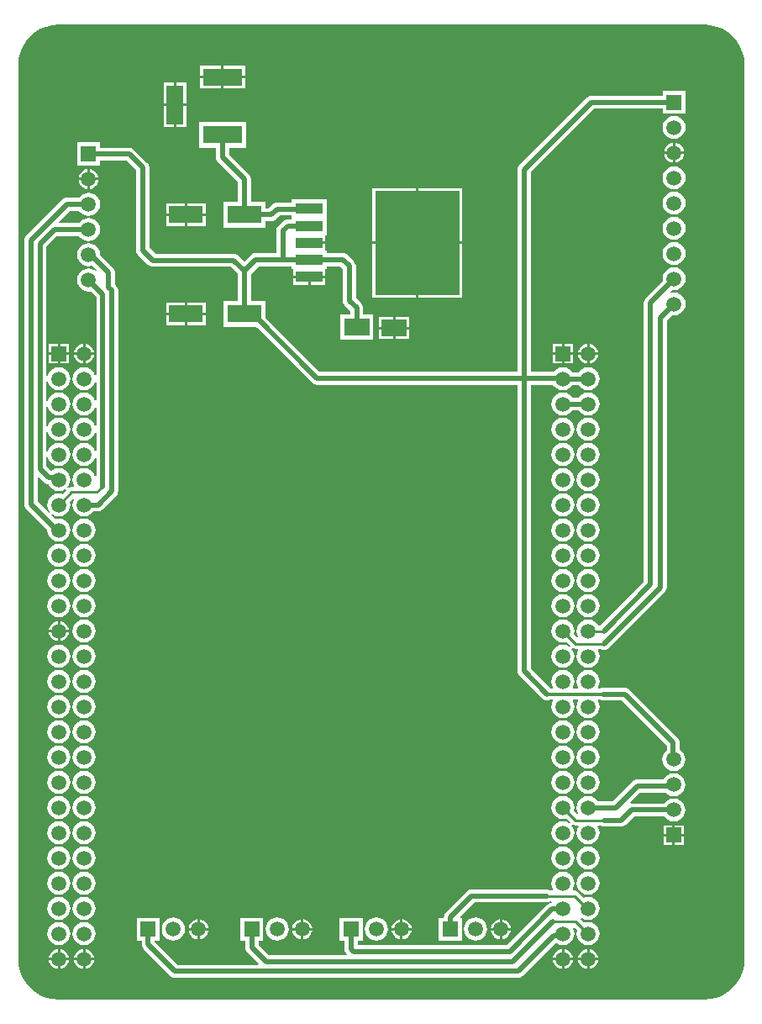
<source format=gtl>
G04*
G04 #@! TF.GenerationSoftware,Altium Limited,Altium Designer,20.0.10 (225)*
G04*
G04 Layer_Physical_Order=1*
G04 Layer_Color=255*
%FSLAX25Y25*%
%MOIN*%
G70*
G01*
G75*
%ADD12C,0.01000*%
%ADD24R,0.13583X0.07087*%
%ADD25R,0.09843X0.06693*%
%ADD26R,0.10827X0.04331*%
%ADD27R,0.33465X0.41339*%
%ADD28C,0.01968*%
%ADD29C,0.01181*%
%ADD30R,0.15748X0.07087*%
%ADD31R,0.07087X0.15748*%
%ADD32R,0.05906X0.05906*%
%ADD33C,0.05906*%
%ADD34R,0.05906X0.05906*%
G36*
X275590Y390127D02*
Y390127D01*
X276087Y390118D01*
X278116Y389959D01*
X280578Y389367D01*
X282919Y388398D01*
X285078Y387074D01*
X287004Y385430D01*
X288649Y383504D01*
X289973Y381344D01*
X290942Y379004D01*
X291533Y376541D01*
X291693Y374512D01*
X291702Y374016D01*
X291702Y374016D01*
X291702Y373522D01*
Y20180D01*
X291702Y20177D01*
X291702Y19685D01*
X291693Y19189D01*
X291533Y17160D01*
X290942Y14697D01*
X289973Y12357D01*
X288649Y10197D01*
X287004Y8271D01*
X285078Y6626D01*
X282919Y5303D01*
X280578Y4334D01*
X278116Y3742D01*
X276087Y3583D01*
X275591Y3574D01*
X275099Y3574D01*
X275091Y3574D01*
X19685D01*
X19541Y3555D01*
X17160Y3742D01*
X14697Y4334D01*
X12357Y5303D01*
X10197Y6626D01*
X8271Y8271D01*
X6626Y10197D01*
X5303Y12357D01*
X4334Y14697D01*
X3742Y17160D01*
X3583Y19189D01*
X3574Y19685D01*
X3574Y20177D01*
X3574Y20185D01*
Y374016D01*
X3555Y374160D01*
X3742Y376541D01*
X4334Y379004D01*
X5303Y381344D01*
X6626Y383504D01*
X8271Y385430D01*
X10197Y387074D01*
X12357Y388398D01*
X14697Y389367D01*
X17160Y389959D01*
X19189Y390118D01*
X19685Y390127D01*
X20179Y390127D01*
X275099D01*
X275590Y390127D01*
D02*
G37*
%LPC*%
G36*
X93520Y373835D02*
X85146D01*
Y369791D01*
X93520D01*
Y373835D01*
D02*
G37*
G36*
X84146D02*
X75772D01*
Y369791D01*
X84146D01*
Y373835D01*
D02*
G37*
G36*
X93520Y368791D02*
X85146D01*
Y364748D01*
X93520D01*
Y368791D01*
D02*
G37*
G36*
X84146D02*
X75772D01*
Y364748D01*
X84146D01*
Y368791D01*
D02*
G37*
G36*
X70291Y367142D02*
X66248D01*
Y358768D01*
X70291D01*
Y367142D01*
D02*
G37*
G36*
X65248D02*
X61205D01*
Y358768D01*
X65248D01*
Y367142D01*
D02*
G37*
G36*
X268307Y363898D02*
X259252D01*
Y361951D01*
X231024D01*
X230356Y361863D01*
X229733Y361605D01*
X229198Y361195D01*
X202506Y334502D01*
X202095Y333968D01*
X201837Y333345D01*
X201750Y332677D01*
Y252483D01*
X123117D01*
X101673Y273926D01*
Y280512D01*
X95888D01*
Y291352D01*
X98865Y294328D01*
X112106D01*
Y293169D01*
X112681D01*
Y290677D01*
X119094D01*
X125508D01*
Y293169D01*
X126083D01*
Y294328D01*
X131352D01*
X132360Y293321D01*
Y280709D01*
X132448Y280041D01*
X132706Y279418D01*
X133116Y278884D01*
X135313Y276687D01*
Y275197D01*
X131398D01*
Y265354D01*
X144390D01*
Y275197D01*
X140475D01*
Y277756D01*
X140387Y278424D01*
X140129Y279047D01*
X139719Y279581D01*
X137522Y281778D01*
Y294390D01*
X137434Y295058D01*
X137176Y295680D01*
X136766Y296215D01*
X134246Y298735D01*
X133712Y299145D01*
X133089Y299403D01*
X132421Y299491D01*
X126083D01*
Y300650D01*
X125508D01*
Y303181D01*
X119094D01*
Y304181D01*
X125508D01*
Y306634D01*
X126083D01*
Y313366D01*
Y320846D01*
X112106D01*
Y319609D01*
X106201D01*
X105533Y319521D01*
X104910Y319263D01*
X104376Y318853D01*
X102868Y317345D01*
X101673D01*
Y319882D01*
X95888D01*
Y328937D01*
X95800Y329605D01*
X95543Y330227D01*
X95132Y330762D01*
X87227Y338667D01*
Y341338D01*
X94095D01*
Y351575D01*
X75197D01*
Y341338D01*
X82065D01*
Y337598D01*
X82152Y336930D01*
X82410Y336308D01*
X82821Y335773D01*
X90726Y327868D01*
Y319882D01*
X84941D01*
Y309646D01*
X101673D01*
Y312183D01*
X103937D01*
X104605Y312271D01*
X105227Y312528D01*
X105762Y312939D01*
X107270Y314446D01*
X112106D01*
Y312955D01*
X110571D01*
X109903Y312867D01*
X109280Y312609D01*
X108746Y312199D01*
X106836Y310290D01*
X106426Y309755D01*
X106168Y309133D01*
X106080Y308465D01*
Y299491D01*
X97795D01*
X97127Y299403D01*
X96505Y299145D01*
X95970Y298735D01*
X93307Y296072D01*
X90900Y298479D01*
X90365Y298889D01*
X89743Y299147D01*
X89075Y299235D01*
X58068D01*
X55534Y301769D01*
Y333465D01*
X55446Y334133D01*
X55188Y334755D01*
X54778Y335290D01*
X49463Y340605D01*
X48928Y341015D01*
X48306Y341273D01*
X47638Y341361D01*
X36024D01*
Y343425D01*
X26969D01*
Y334370D01*
X36024D01*
Y336198D01*
X46569D01*
X50372Y332395D01*
Y300700D01*
X50460Y300032D01*
X50717Y299409D01*
X51128Y298875D01*
X55174Y294828D01*
X55708Y294418D01*
X56331Y294160D01*
X56999Y294072D01*
X88006D01*
X90726Y291352D01*
Y280512D01*
X84941D01*
Y270276D01*
X98023D01*
X120222Y248076D01*
X120757Y247666D01*
X121379Y247408D01*
X122047Y247320D01*
X201750D01*
Y133760D01*
X201837Y133092D01*
X202095Y132469D01*
X202506Y131935D01*
X211561Y122880D01*
X212095Y122469D01*
X212718Y122212D01*
X213386Y122124D01*
X214054Y122212D01*
X214676Y122469D01*
X214712Y122497D01*
X215571D01*
X215792Y122048D01*
X215730Y121968D01*
X215274Y120867D01*
X215118Y119685D01*
X215274Y118503D01*
X215730Y117402D01*
X216456Y116456D01*
X217402Y115730D01*
X218503Y115274D01*
X219685Y115118D01*
X220867Y115274D01*
X221968Y115730D01*
X222914Y116456D01*
X223640Y117402D01*
X224096Y118503D01*
X224252Y119685D01*
X224096Y120867D01*
X223640Y121968D01*
X223578Y122048D01*
X223799Y122497D01*
X225571D01*
X225792Y122048D01*
X225730Y121968D01*
X225274Y120867D01*
X225118Y119685D01*
X225274Y118503D01*
X225730Y117402D01*
X226456Y116456D01*
X227402Y115730D01*
X228503Y115274D01*
X229685Y115118D01*
X230867Y115274D01*
X231968Y115730D01*
X232914Y116456D01*
X233640Y117402D01*
X234096Y118503D01*
X234252Y119685D01*
X234096Y120867D01*
X233640Y121968D01*
X233578Y122048D01*
X233799Y122497D01*
X234303D01*
X234339Y122469D01*
X234962Y122212D01*
X235630Y122124D01*
X243124D01*
X260903Y104344D01*
Y102315D01*
X260452Y101969D01*
X259726Y101023D01*
X259270Y99922D01*
X259115Y98740D01*
X259270Y97558D01*
X259726Y96457D01*
X260452Y95511D01*
X261398Y94785D01*
X262499Y94329D01*
X263681Y94174D01*
X264863Y94329D01*
X265965Y94785D01*
X266910Y95511D01*
X267636Y96457D01*
X268092Y97558D01*
X268248Y98740D01*
X268092Y99922D01*
X267636Y101023D01*
X266910Y101969D01*
X266065Y102618D01*
Y105413D01*
X265977Y106081D01*
X265720Y106704D01*
X265309Y107238D01*
X246018Y126530D01*
X245483Y126940D01*
X244861Y127198D01*
X244193Y127286D01*
X235630D01*
X234962Y127198D01*
X234339Y126940D01*
X234303Y126912D01*
X233830D01*
X233609Y127361D01*
X233640Y127402D01*
X234096Y128503D01*
X234252Y129685D01*
X234096Y130867D01*
X233640Y131968D01*
X232914Y132914D01*
X231968Y133640D01*
X230867Y134096D01*
X229685Y134252D01*
X228503Y134096D01*
X227402Y133640D01*
X226456Y132914D01*
X225730Y131968D01*
X225274Y130867D01*
X225118Y129685D01*
X225274Y128503D01*
X225730Y127402D01*
X225762Y127361D01*
X225540Y126912D01*
X223830D01*
X223608Y127361D01*
X223640Y127402D01*
X224096Y128503D01*
X224252Y129685D01*
X224096Y130867D01*
X223640Y131968D01*
X222914Y132914D01*
X221968Y133640D01*
X220867Y134096D01*
X219685Y134252D01*
X218503Y134096D01*
X217402Y133640D01*
X216456Y132914D01*
X215730Y131968D01*
X215274Y130867D01*
X215118Y129685D01*
X215274Y128503D01*
X215730Y127402D01*
X215761Y127361D01*
X215540Y126912D01*
X214828D01*
X206912Y134829D01*
Y247320D01*
X215792D01*
X216456Y246456D01*
X217402Y245730D01*
X218503Y245274D01*
X219685Y245118D01*
X220867Y245274D01*
X221968Y245730D01*
X222914Y246456D01*
X223411Y247104D01*
X225959D01*
X226456Y246456D01*
X227402Y245730D01*
X228503Y245274D01*
X229685Y245118D01*
X230867Y245274D01*
X231968Y245730D01*
X232914Y246456D01*
X233640Y247402D01*
X234096Y248503D01*
X234252Y249685D01*
X234096Y250867D01*
X233640Y251968D01*
X232914Y252914D01*
X231968Y253640D01*
X230867Y254096D01*
X229685Y254252D01*
X228503Y254096D01*
X227402Y253640D01*
X226456Y252914D01*
X225959Y252266D01*
X223411D01*
X222914Y252914D01*
X221968Y253640D01*
X220867Y254096D01*
X219685Y254252D01*
X218503Y254096D01*
X217402Y253640D01*
X216456Y252914D01*
X216125Y252483D01*
X206912D01*
Y331608D01*
X232093Y356789D01*
X259252D01*
Y354842D01*
X268307D01*
Y363898D01*
D02*
G37*
G36*
X70291Y357768D02*
X66248D01*
Y349394D01*
X70291D01*
Y357768D01*
D02*
G37*
G36*
X65248D02*
X61205D01*
Y349394D01*
X65248D01*
Y357768D01*
D02*
G37*
G36*
X263780Y353937D02*
X262598Y353781D01*
X261496Y353325D01*
X260550Y352599D01*
X259825Y351653D01*
X259369Y350552D01*
X259213Y349370D01*
X259369Y348188D01*
X259825Y347087D01*
X260550Y346141D01*
X261496Y345415D01*
X262598Y344959D01*
X263780Y344803D01*
X264962Y344959D01*
X266063Y345415D01*
X267009Y346141D01*
X267734Y347087D01*
X268191Y348188D01*
X268346Y349370D01*
X268191Y350552D01*
X267734Y351653D01*
X267009Y352599D01*
X266063Y353325D01*
X264962Y353781D01*
X263780Y353937D01*
D02*
G37*
G36*
X264280Y343291D02*
Y339870D01*
X267701D01*
X267631Y340402D01*
X267232Y341363D01*
X266599Y342189D01*
X265773Y342823D01*
X264811Y343221D01*
X264280Y343291D01*
D02*
G37*
G36*
X263280D02*
X262748Y343221D01*
X261786Y342823D01*
X260961Y342189D01*
X260327Y341363D01*
X259929Y340402D01*
X259859Y339870D01*
X263280D01*
Y343291D01*
D02*
G37*
G36*
X267701Y338870D02*
X264280D01*
Y335449D01*
X264811Y335519D01*
X265773Y335917D01*
X266599Y336551D01*
X267232Y337377D01*
X267631Y338338D01*
X267701Y338870D01*
D02*
G37*
G36*
X263280D02*
X259859D01*
X259929Y338338D01*
X260327Y337377D01*
X260961Y336551D01*
X261786Y335917D01*
X262748Y335519D01*
X263280Y335449D01*
Y338870D01*
D02*
G37*
G36*
X31996Y332819D02*
Y329398D01*
X35417D01*
X35347Y329929D01*
X34949Y330891D01*
X34315Y331717D01*
X33489Y332350D01*
X32528Y332749D01*
X31996Y332819D01*
D02*
G37*
G36*
X30996D02*
X30464Y332749D01*
X29503Y332350D01*
X28677Y331717D01*
X28043Y330891D01*
X27645Y329929D01*
X27575Y329398D01*
X30996D01*
Y332819D01*
D02*
G37*
G36*
X35417Y328398D02*
X31996D01*
Y324977D01*
X32528Y325047D01*
X33489Y325445D01*
X34315Y326079D01*
X34949Y326904D01*
X35347Y327866D01*
X35417Y328398D01*
D02*
G37*
G36*
X30996D02*
X27575D01*
X27645Y327866D01*
X28043Y326904D01*
X28677Y326079D01*
X29503Y325445D01*
X30464Y325047D01*
X30996Y324977D01*
Y328398D01*
D02*
G37*
G36*
X263780Y333937D02*
X262598Y333781D01*
X261496Y333325D01*
X260550Y332599D01*
X259825Y331653D01*
X259369Y330552D01*
X259213Y329370D01*
X259369Y328188D01*
X259825Y327087D01*
X260550Y326141D01*
X261496Y325415D01*
X262598Y324959D01*
X263780Y324803D01*
X264962Y324959D01*
X266063Y325415D01*
X267009Y326141D01*
X267734Y327087D01*
X268191Y328188D01*
X268346Y329370D01*
X268191Y330552D01*
X267734Y331653D01*
X267009Y332599D01*
X266063Y333325D01*
X264962Y333781D01*
X263780Y333937D01*
D02*
G37*
G36*
X77870Y319307D02*
X70579D01*
Y315264D01*
X77870D01*
Y319307D01*
D02*
G37*
G36*
X69579D02*
X62287D01*
Y315264D01*
X69579D01*
Y319307D01*
D02*
G37*
G36*
X263780Y323937D02*
X262598Y323781D01*
X261496Y323325D01*
X260550Y322599D01*
X259825Y321653D01*
X259369Y320552D01*
X259213Y319370D01*
X259369Y318188D01*
X259825Y317087D01*
X260550Y316141D01*
X261496Y315415D01*
X262598Y314959D01*
X263780Y314803D01*
X264962Y314959D01*
X266063Y315415D01*
X267009Y316141D01*
X267734Y317087D01*
X268191Y318188D01*
X268346Y319370D01*
X268191Y320552D01*
X267734Y321653D01*
X267009Y322599D01*
X266063Y323325D01*
X264962Y323781D01*
X263780Y323937D01*
D02*
G37*
G36*
X31496Y323464D02*
X30314Y323309D01*
X29213Y322852D01*
X28267Y322127D01*
X27770Y321479D01*
X22869D01*
X22201Y321391D01*
X21578Y321133D01*
X21044Y320723D01*
X6836Y306515D01*
X6426Y305981D01*
X6168Y305358D01*
X6080Y304690D01*
Y200000D01*
X6168Y199332D01*
X6426Y198709D01*
X6836Y198175D01*
X15143Y189869D01*
X15118Y189685D01*
X15274Y188503D01*
X15730Y187402D01*
X16456Y186456D01*
X17402Y185730D01*
X18503Y185274D01*
X19685Y185118D01*
X20867Y185274D01*
X21968Y185730D01*
X22914Y186456D01*
X23640Y187402D01*
X24096Y188503D01*
X24252Y189685D01*
X24096Y190867D01*
X23640Y191968D01*
X22914Y192914D01*
X21968Y193640D01*
X20867Y194096D01*
X19685Y194252D01*
X18503Y194096D01*
X18300Y194012D01*
X16585Y195726D01*
X16916Y196103D01*
X17402Y195730D01*
X18503Y195274D01*
X19685Y195118D01*
X20867Y195274D01*
X21968Y195730D01*
X22914Y196456D01*
X23640Y197402D01*
X24096Y198503D01*
X24252Y199685D01*
X24096Y200867D01*
X24026Y201035D01*
X25305Y202314D01*
X25355Y202301D01*
X25416Y202247D01*
X25627Y201718D01*
X25274Y200867D01*
X25118Y199685D01*
X25274Y198503D01*
X25730Y197402D01*
X26456Y196456D01*
X27402Y195730D01*
X28503Y195274D01*
X29685Y195118D01*
X30867Y195274D01*
X31968Y195730D01*
X32914Y196456D01*
X33411Y197104D01*
X35217D01*
X35885Y197192D01*
X36507Y197450D01*
X37042Y197860D01*
X42475Y203293D01*
X42885Y203828D01*
X43143Y204450D01*
X43231Y205118D01*
Y284755D01*
X43143Y285423D01*
X42885Y286046D01*
X42475Y286580D01*
X41951Y287104D01*
Y291732D01*
X41863Y292400D01*
X41605Y293023D01*
X41195Y293557D01*
X36039Y298714D01*
X36063Y298898D01*
X35907Y300079D01*
X35451Y301181D01*
X34725Y302127D01*
X33779Y302852D01*
X32678Y303309D01*
X31496Y303464D01*
X30314Y303309D01*
X29213Y302852D01*
X28267Y302127D01*
X27541Y301181D01*
X27085Y300079D01*
X26929Y298898D01*
X27085Y297716D01*
X27541Y296614D01*
X28267Y295669D01*
X29213Y294943D01*
X30314Y294487D01*
X31496Y294331D01*
X32678Y294487D01*
X32881Y294571D01*
X34596Y292856D01*
X34266Y292479D01*
X33779Y292852D01*
X32678Y293309D01*
X31496Y293464D01*
X30314Y293309D01*
X29213Y292852D01*
X28267Y292127D01*
X27541Y291181D01*
X27085Y290079D01*
X26929Y288898D01*
X27085Y287716D01*
X27541Y286614D01*
X28267Y285668D01*
X29213Y284943D01*
X30314Y284487D01*
X31496Y284331D01*
X32306Y284438D01*
X34525Y282218D01*
Y251137D01*
X34025Y251038D01*
X33640Y251968D01*
X32914Y252914D01*
X31968Y253640D01*
X30867Y254096D01*
X29685Y254252D01*
X28503Y254096D01*
X27402Y253640D01*
X26456Y252914D01*
X25730Y251968D01*
X25274Y250867D01*
X25118Y249685D01*
X25274Y248503D01*
X25730Y247402D01*
X26456Y246456D01*
X27402Y245730D01*
X28503Y245274D01*
X29685Y245118D01*
X30867Y245274D01*
X31968Y245730D01*
X32914Y246456D01*
X33640Y247402D01*
X34025Y248332D01*
X34525Y248233D01*
Y241137D01*
X34025Y241038D01*
X33640Y241968D01*
X32914Y242914D01*
X31968Y243640D01*
X30867Y244096D01*
X29685Y244252D01*
X28503Y244096D01*
X27402Y243640D01*
X26456Y242914D01*
X25730Y241968D01*
X25274Y240867D01*
X25118Y239685D01*
X25274Y238503D01*
X25730Y237402D01*
X26456Y236456D01*
X27402Y235730D01*
X28503Y235274D01*
X29685Y235118D01*
X30867Y235274D01*
X31968Y235730D01*
X32914Y236456D01*
X33640Y237402D01*
X34025Y238332D01*
X34525Y238233D01*
Y231137D01*
X34025Y231038D01*
X33640Y231968D01*
X32914Y232914D01*
X31968Y233640D01*
X30867Y234096D01*
X29685Y234252D01*
X28503Y234096D01*
X27402Y233640D01*
X26456Y232914D01*
X25730Y231968D01*
X25274Y230867D01*
X25118Y229685D01*
X25274Y228503D01*
X25730Y227402D01*
X26456Y226456D01*
X27402Y225730D01*
X28503Y225274D01*
X29685Y225118D01*
X30867Y225274D01*
X31968Y225730D01*
X32914Y226456D01*
X33640Y227402D01*
X34025Y228332D01*
X34525Y228233D01*
Y221137D01*
X34025Y221038D01*
X33640Y221968D01*
X32914Y222914D01*
X31968Y223640D01*
X30867Y224096D01*
X29685Y224252D01*
X28503Y224096D01*
X27402Y223640D01*
X26456Y222914D01*
X25730Y221968D01*
X25274Y220867D01*
X25118Y219685D01*
X25274Y218503D01*
X25730Y217402D01*
X26456Y216456D01*
X27402Y215730D01*
X28503Y215274D01*
X29685Y215118D01*
X30867Y215274D01*
X31968Y215730D01*
X32914Y216456D01*
X33640Y217402D01*
X34025Y218332D01*
X34525Y218233D01*
Y211137D01*
X34025Y211038D01*
X33640Y211968D01*
X32914Y212914D01*
X31968Y213640D01*
X30867Y214096D01*
X29685Y214252D01*
X28503Y214096D01*
X27402Y213640D01*
X26456Y212914D01*
X25730Y211968D01*
X25274Y210867D01*
X25118Y209685D01*
X25274Y208503D01*
X25730Y207402D01*
X25817Y207288D01*
X25596Y206840D01*
X24724D01*
X23915Y206679D01*
X23505Y206405D01*
X23159Y206775D01*
X23640Y207402D01*
X24096Y208503D01*
X24252Y209685D01*
X24096Y210867D01*
X23640Y211968D01*
X22914Y212914D01*
X21968Y213640D01*
X20867Y214096D01*
X19685Y214252D01*
X18503Y214096D01*
X17402Y213640D01*
X16661Y213072D01*
X14786Y214947D01*
Y218425D01*
X15274Y218503D01*
X15730Y217402D01*
X16456Y216456D01*
X17402Y215730D01*
X18503Y215274D01*
X19685Y215118D01*
X20867Y215274D01*
X21968Y215730D01*
X22914Y216456D01*
X23640Y217402D01*
X24096Y218503D01*
X24252Y219685D01*
X24096Y220867D01*
X23640Y221968D01*
X22914Y222914D01*
X21968Y223640D01*
X20867Y224096D01*
X19685Y224252D01*
X18503Y224096D01*
X17402Y223640D01*
X16456Y222914D01*
X15730Y221968D01*
X15274Y220867D01*
X14786Y220945D01*
Y228425D01*
X15274Y228503D01*
X15730Y227402D01*
X16456Y226456D01*
X17402Y225730D01*
X18503Y225274D01*
X19685Y225118D01*
X20867Y225274D01*
X21968Y225730D01*
X22914Y226456D01*
X23640Y227402D01*
X24096Y228503D01*
X24252Y229685D01*
X24096Y230867D01*
X23640Y231968D01*
X22914Y232914D01*
X21968Y233640D01*
X20867Y234096D01*
X19685Y234252D01*
X18503Y234096D01*
X17402Y233640D01*
X16456Y232914D01*
X15730Y231968D01*
X15274Y230867D01*
X14786Y230945D01*
Y238425D01*
X15274Y238503D01*
X15730Y237402D01*
X16456Y236456D01*
X17402Y235730D01*
X18503Y235274D01*
X19685Y235118D01*
X20867Y235274D01*
X21968Y235730D01*
X22914Y236456D01*
X23640Y237402D01*
X24096Y238503D01*
X24252Y239685D01*
X24096Y240867D01*
X23640Y241968D01*
X22914Y242914D01*
X21968Y243640D01*
X20867Y244096D01*
X19685Y244252D01*
X18503Y244096D01*
X17402Y243640D01*
X16456Y242914D01*
X15730Y241968D01*
X15274Y240867D01*
X14786Y240945D01*
Y248425D01*
X15274Y248503D01*
X15730Y247402D01*
X16456Y246456D01*
X17402Y245730D01*
X18503Y245274D01*
X19685Y245118D01*
X20867Y245274D01*
X21968Y245730D01*
X22914Y246456D01*
X23640Y247402D01*
X24096Y248503D01*
X24252Y249685D01*
X24096Y250867D01*
X23640Y251968D01*
X22914Y252914D01*
X21968Y253640D01*
X20867Y254096D01*
X19685Y254252D01*
X18503Y254096D01*
X17402Y253640D01*
X16456Y252914D01*
X15730Y251968D01*
X15274Y250867D01*
X14786Y250945D01*
Y302153D01*
X18949Y306316D01*
X27770D01*
X28267Y305668D01*
X29213Y304943D01*
X30314Y304487D01*
X31496Y304331D01*
X32678Y304487D01*
X33779Y304943D01*
X34725Y305668D01*
X35451Y306614D01*
X35907Y307716D01*
X36063Y308898D01*
X35907Y310080D01*
X35451Y311181D01*
X34725Y312127D01*
X33779Y312852D01*
X32678Y313309D01*
X31496Y313464D01*
X30314Y313309D01*
X29213Y312852D01*
X28267Y312127D01*
X27770Y311479D01*
X19753D01*
X19562Y311941D01*
X23938Y316317D01*
X27770D01*
X28267Y315669D01*
X29213Y314943D01*
X30314Y314487D01*
X31496Y314331D01*
X32678Y314487D01*
X33779Y314943D01*
X34725Y315669D01*
X35451Y316614D01*
X35907Y317716D01*
X36063Y318898D01*
X35907Y320079D01*
X35451Y321181D01*
X34725Y322127D01*
X33779Y322852D01*
X32678Y323309D01*
X31496Y323464D01*
D02*
G37*
G36*
X77870Y314264D02*
X70579D01*
Y310220D01*
X77870D01*
Y314264D01*
D02*
G37*
G36*
X69579D02*
X62287D01*
Y310220D01*
X69579D01*
Y314264D01*
D02*
G37*
G36*
X263780Y313937D02*
X262598Y313781D01*
X261496Y313325D01*
X260550Y312599D01*
X259825Y311653D01*
X259369Y310552D01*
X259213Y309370D01*
X259369Y308188D01*
X259825Y307087D01*
X260550Y306141D01*
X261496Y305415D01*
X262598Y304959D01*
X263780Y304803D01*
X264962Y304959D01*
X266063Y305415D01*
X267009Y306141D01*
X267734Y307087D01*
X268191Y308188D01*
X268346Y309370D01*
X268191Y310552D01*
X267734Y311653D01*
X267009Y312599D01*
X266063Y313325D01*
X264962Y313781D01*
X263780Y313937D01*
D02*
G37*
G36*
X179630Y325311D02*
X162398D01*
Y304142D01*
X179630D01*
Y325311D01*
D02*
G37*
G36*
X161398D02*
X144165D01*
Y304142D01*
X161398D01*
Y325311D01*
D02*
G37*
G36*
X263780Y303937D02*
X262598Y303781D01*
X261496Y303325D01*
X260550Y302599D01*
X259825Y301653D01*
X259369Y300552D01*
X259213Y299370D01*
X259369Y298188D01*
X259825Y297087D01*
X260550Y296141D01*
X261496Y295415D01*
X262598Y294959D01*
X263780Y294803D01*
X264962Y294959D01*
X266063Y295415D01*
X267009Y296141D01*
X267734Y297087D01*
X268191Y298188D01*
X268346Y299370D01*
X268191Y300552D01*
X267734Y301653D01*
X267009Y302599D01*
X266063Y303325D01*
X264962Y303781D01*
X263780Y303937D01*
D02*
G37*
G36*
X125508Y289677D02*
X119594D01*
Y287012D01*
X125508D01*
Y289677D01*
D02*
G37*
G36*
X118594D02*
X112681D01*
Y287012D01*
X118594D01*
Y289677D01*
D02*
G37*
G36*
X263780Y293937D02*
X262598Y293781D01*
X261496Y293325D01*
X260550Y292599D01*
X259825Y291653D01*
X259369Y290552D01*
X259213Y289370D01*
X259320Y288560D01*
X252604Y281845D01*
X252194Y281310D01*
X251936Y280688D01*
X251848Y280019D01*
Y169278D01*
X234371Y151801D01*
X233709D01*
X233640Y151968D01*
X232914Y152914D01*
X231968Y153640D01*
X230867Y154096D01*
X229685Y154252D01*
X228503Y154096D01*
X227402Y153640D01*
X226456Y152914D01*
X225730Y151968D01*
X225274Y150867D01*
X225118Y149685D01*
X225274Y148503D01*
X225607Y147699D01*
X225335Y147154D01*
X225321Y147145D01*
X225231Y147130D01*
X224026Y148335D01*
X224096Y148503D01*
X224252Y149685D01*
X224096Y150867D01*
X223640Y151968D01*
X222914Y152914D01*
X221968Y153640D01*
X220867Y154096D01*
X219685Y154252D01*
X218503Y154096D01*
X217402Y153640D01*
X216456Y152914D01*
X215730Y151968D01*
X215274Y150867D01*
X215118Y149685D01*
X215274Y148503D01*
X215730Y147402D01*
X216456Y146456D01*
X217402Y145730D01*
X218503Y145274D01*
X219685Y145118D01*
X220867Y145274D01*
X221035Y145343D01*
X222570Y143808D01*
X222239Y143432D01*
X221968Y143640D01*
X220867Y144096D01*
X219685Y144252D01*
X218503Y144096D01*
X217402Y143640D01*
X216456Y142914D01*
X215730Y141968D01*
X215274Y140867D01*
X215118Y139685D01*
X215274Y138503D01*
X215730Y137402D01*
X216456Y136456D01*
X217402Y135730D01*
X218503Y135274D01*
X219685Y135118D01*
X220867Y135274D01*
X221968Y135730D01*
X222914Y136456D01*
X223640Y137402D01*
X224096Y138503D01*
X224252Y139685D01*
X224096Y140867D01*
X223640Y141968D01*
X223138Y142622D01*
X223485Y142992D01*
X223875Y142731D01*
X224685Y142570D01*
X225626D01*
X225848Y142121D01*
X225730Y141968D01*
X225274Y140867D01*
X225118Y139685D01*
X225274Y138503D01*
X225730Y137402D01*
X226456Y136456D01*
X227402Y135730D01*
X228503Y135274D01*
X229685Y135118D01*
X230867Y135274D01*
X231968Y135730D01*
X232914Y136456D01*
X233640Y137402D01*
X234096Y138503D01*
X234252Y139685D01*
X234096Y140867D01*
X233640Y141968D01*
X233523Y142121D01*
X233744Y142570D01*
X234577D01*
X234733Y142450D01*
X235356Y142192D01*
X236024Y142104D01*
X236692Y142192D01*
X237314Y142450D01*
X237849Y142860D01*
X260093Y165104D01*
X260503Y165639D01*
X260761Y166261D01*
X260849Y166929D01*
Y272789D01*
X262970Y274910D01*
X263780Y274803D01*
X264962Y274959D01*
X266063Y275415D01*
X267009Y276141D01*
X267734Y277087D01*
X268191Y278188D01*
X268346Y279370D01*
X268191Y280552D01*
X267734Y281653D01*
X267009Y282599D01*
X266063Y283325D01*
X264962Y283781D01*
X263780Y283937D01*
X262598Y283781D01*
X262513Y283746D01*
X262230Y284170D01*
X262970Y284910D01*
X263780Y284803D01*
X264962Y284959D01*
X266063Y285415D01*
X267009Y286141D01*
X267734Y287087D01*
X268191Y288188D01*
X268346Y289370D01*
X268191Y290552D01*
X267734Y291653D01*
X267009Y292599D01*
X266063Y293325D01*
X264962Y293781D01*
X263780Y293937D01*
D02*
G37*
G36*
X179630Y303142D02*
X162398D01*
Y281972D01*
X179630D01*
Y303142D01*
D02*
G37*
G36*
X161398D02*
X144165D01*
Y281972D01*
X161398D01*
Y303142D01*
D02*
G37*
G36*
X77870Y279937D02*
X70579D01*
Y275894D01*
X77870D01*
Y279937D01*
D02*
G37*
G36*
X69579D02*
X62287D01*
Y275894D01*
X69579D01*
Y279937D01*
D02*
G37*
G36*
X77870Y274894D02*
X70579D01*
Y270850D01*
X77870D01*
Y274894D01*
D02*
G37*
G36*
X69579D02*
X62287D01*
Y270850D01*
X69579D01*
Y274894D01*
D02*
G37*
G36*
X158689Y274122D02*
X153268D01*
Y270276D01*
X158689D01*
Y274122D01*
D02*
G37*
G36*
X152268D02*
X146846D01*
Y270276D01*
X152268D01*
Y274122D01*
D02*
G37*
G36*
X158689Y269276D02*
X153268D01*
Y265429D01*
X158689D01*
Y269276D01*
D02*
G37*
G36*
X152268D02*
X146846D01*
Y265429D01*
X152268D01*
Y269276D01*
D02*
G37*
G36*
X30185Y263606D02*
Y260185D01*
X33606D01*
X33536Y260717D01*
X33138Y261678D01*
X32504Y262504D01*
X31678Y263138D01*
X30717Y263536D01*
X30185Y263606D01*
D02*
G37*
G36*
X23638Y263638D02*
X20185D01*
Y260185D01*
X23638D01*
Y263638D01*
D02*
G37*
G36*
X230185Y263606D02*
Y260185D01*
X233606D01*
X233536Y260717D01*
X233138Y261678D01*
X232504Y262504D01*
X231678Y263138D01*
X230717Y263536D01*
X230185Y263606D01*
D02*
G37*
G36*
X223638Y263638D02*
X220185D01*
Y260185D01*
X223638D01*
Y263638D01*
D02*
G37*
G36*
X29185Y263606D02*
X28653Y263536D01*
X27692Y263138D01*
X26866Y262504D01*
X26232Y261678D01*
X25834Y260717D01*
X25764Y260185D01*
X29185D01*
Y263606D01*
D02*
G37*
G36*
X229185D02*
X228653Y263536D01*
X227692Y263138D01*
X226866Y262504D01*
X226232Y261678D01*
X225834Y260717D01*
X225764Y260185D01*
X229185D01*
Y263606D01*
D02*
G37*
G36*
X19185Y263638D02*
X15732D01*
Y260185D01*
X19185D01*
Y263638D01*
D02*
G37*
G36*
X219185D02*
X215732D01*
Y260185D01*
X219185D01*
Y263638D01*
D02*
G37*
G36*
X233606Y259185D02*
X230185D01*
Y255764D01*
X230717Y255834D01*
X231678Y256232D01*
X232504Y256866D01*
X233138Y257692D01*
X233536Y258653D01*
X233606Y259185D01*
D02*
G37*
G36*
X33606D02*
X30185D01*
Y255764D01*
X30717Y255834D01*
X31678Y256232D01*
X32504Y256866D01*
X33138Y257692D01*
X33536Y258653D01*
X33606Y259185D01*
D02*
G37*
G36*
X229185D02*
X225764D01*
X225834Y258653D01*
X226232Y257692D01*
X226866Y256866D01*
X227692Y256232D01*
X228653Y255834D01*
X229185Y255764D01*
Y259185D01*
D02*
G37*
G36*
X29185D02*
X25764D01*
X25834Y258653D01*
X26232Y257692D01*
X26866Y256866D01*
X27692Y256232D01*
X28653Y255834D01*
X29185Y255764D01*
Y259185D01*
D02*
G37*
G36*
X223638D02*
X220185D01*
Y255732D01*
X223638D01*
Y259185D01*
D02*
G37*
G36*
X219185D02*
X215732D01*
Y255732D01*
X219185D01*
Y259185D01*
D02*
G37*
G36*
X23638D02*
X20185D01*
Y255732D01*
X23638D01*
Y259185D01*
D02*
G37*
G36*
X19185D02*
X15732D01*
Y255732D01*
X19185D01*
Y259185D01*
D02*
G37*
G36*
X229685Y244252D02*
X228503Y244096D01*
X227402Y243640D01*
X226456Y242914D01*
X225959Y242266D01*
X223411D01*
X222914Y242914D01*
X221968Y243640D01*
X220867Y244096D01*
X219685Y244252D01*
X218503Y244096D01*
X217402Y243640D01*
X216456Y242914D01*
X215730Y241968D01*
X215274Y240867D01*
X215118Y239685D01*
X215274Y238503D01*
X215730Y237402D01*
X216456Y236456D01*
X217402Y235730D01*
X218503Y235274D01*
X219685Y235118D01*
X220867Y235274D01*
X221968Y235730D01*
X222914Y236456D01*
X223411Y237104D01*
X225959D01*
X226456Y236456D01*
X227402Y235730D01*
X228503Y235274D01*
X229685Y235118D01*
X230867Y235274D01*
X231968Y235730D01*
X232914Y236456D01*
X233640Y237402D01*
X234096Y238503D01*
X234252Y239685D01*
X234096Y240867D01*
X233640Y241968D01*
X232914Y242914D01*
X231968Y243640D01*
X230867Y244096D01*
X229685Y244252D01*
D02*
G37*
G36*
Y234252D02*
X228503Y234096D01*
X227402Y233640D01*
X226456Y232914D01*
X225730Y231968D01*
X225274Y230867D01*
X225118Y229685D01*
X225274Y228503D01*
X225730Y227402D01*
X226456Y226456D01*
X227402Y225730D01*
X228503Y225274D01*
X229685Y225118D01*
X230867Y225274D01*
X231968Y225730D01*
X232914Y226456D01*
X233640Y227402D01*
X234096Y228503D01*
X234252Y229685D01*
X234096Y230867D01*
X233640Y231968D01*
X232914Y232914D01*
X231968Y233640D01*
X230867Y234096D01*
X229685Y234252D01*
D02*
G37*
G36*
X219685D02*
X218503Y234096D01*
X217402Y233640D01*
X216456Y232914D01*
X215730Y231968D01*
X215274Y230867D01*
X215118Y229685D01*
X215274Y228503D01*
X215730Y227402D01*
X216456Y226456D01*
X217402Y225730D01*
X218503Y225274D01*
X219685Y225118D01*
X220867Y225274D01*
X221968Y225730D01*
X222914Y226456D01*
X223640Y227402D01*
X224096Y228503D01*
X224252Y229685D01*
X224096Y230867D01*
X223640Y231968D01*
X222914Y232914D01*
X221968Y233640D01*
X220867Y234096D01*
X219685Y234252D01*
D02*
G37*
G36*
X229685Y224252D02*
X228503Y224096D01*
X227402Y223640D01*
X226456Y222914D01*
X225730Y221968D01*
X225274Y220867D01*
X225118Y219685D01*
X225274Y218503D01*
X225730Y217402D01*
X226456Y216456D01*
X227402Y215730D01*
X228503Y215274D01*
X229685Y215118D01*
X230867Y215274D01*
X231968Y215730D01*
X232914Y216456D01*
X233640Y217402D01*
X234096Y218503D01*
X234252Y219685D01*
X234096Y220867D01*
X233640Y221968D01*
X232914Y222914D01*
X231968Y223640D01*
X230867Y224096D01*
X229685Y224252D01*
D02*
G37*
G36*
X219685D02*
X218503Y224096D01*
X217402Y223640D01*
X216456Y222914D01*
X215730Y221968D01*
X215274Y220867D01*
X215118Y219685D01*
X215274Y218503D01*
X215730Y217402D01*
X216456Y216456D01*
X217402Y215730D01*
X218503Y215274D01*
X219685Y215118D01*
X220867Y215274D01*
X221968Y215730D01*
X222914Y216456D01*
X223640Y217402D01*
X224096Y218503D01*
X224252Y219685D01*
X224096Y220867D01*
X223640Y221968D01*
X222914Y222914D01*
X221968Y223640D01*
X220867Y224096D01*
X219685Y224252D01*
D02*
G37*
G36*
X229685Y214252D02*
X228503Y214096D01*
X227402Y213640D01*
X226456Y212914D01*
X225730Y211968D01*
X225274Y210867D01*
X225118Y209685D01*
X225274Y208503D01*
X225730Y207402D01*
X226456Y206456D01*
X227402Y205730D01*
X228503Y205274D01*
X229685Y205118D01*
X230867Y205274D01*
X231968Y205730D01*
X232914Y206456D01*
X233640Y207402D01*
X234096Y208503D01*
X234252Y209685D01*
X234096Y210867D01*
X233640Y211968D01*
X232914Y212914D01*
X231968Y213640D01*
X230867Y214096D01*
X229685Y214252D01*
D02*
G37*
G36*
X219685D02*
X218503Y214096D01*
X217402Y213640D01*
X216456Y212914D01*
X215730Y211968D01*
X215274Y210867D01*
X215118Y209685D01*
X215274Y208503D01*
X215730Y207402D01*
X216456Y206456D01*
X217402Y205730D01*
X218503Y205274D01*
X219685Y205118D01*
X220867Y205274D01*
X221968Y205730D01*
X222914Y206456D01*
X223640Y207402D01*
X224096Y208503D01*
X224252Y209685D01*
X224096Y210867D01*
X223640Y211968D01*
X222914Y212914D01*
X221968Y213640D01*
X220867Y214096D01*
X219685Y214252D01*
D02*
G37*
G36*
X229685Y204252D02*
X228503Y204096D01*
X227402Y203640D01*
X226456Y202914D01*
X225730Y201968D01*
X225274Y200867D01*
X225118Y199685D01*
X225274Y198503D01*
X225730Y197402D01*
X226456Y196456D01*
X227402Y195730D01*
X228503Y195274D01*
X229685Y195118D01*
X230867Y195274D01*
X231968Y195730D01*
X232914Y196456D01*
X233640Y197402D01*
X234096Y198503D01*
X234252Y199685D01*
X234096Y200867D01*
X233640Y201968D01*
X232914Y202914D01*
X231968Y203640D01*
X230867Y204096D01*
X229685Y204252D01*
D02*
G37*
G36*
X219685D02*
X218503Y204096D01*
X217402Y203640D01*
X216456Y202914D01*
X215730Y201968D01*
X215274Y200867D01*
X215118Y199685D01*
X215274Y198503D01*
X215730Y197402D01*
X216456Y196456D01*
X217402Y195730D01*
X218503Y195274D01*
X219685Y195118D01*
X220867Y195274D01*
X221968Y195730D01*
X222914Y196456D01*
X223640Y197402D01*
X224096Y198503D01*
X224252Y199685D01*
X224096Y200867D01*
X223640Y201968D01*
X222914Y202914D01*
X221968Y203640D01*
X220867Y204096D01*
X219685Y204252D01*
D02*
G37*
G36*
X229685Y194252D02*
X228503Y194096D01*
X227402Y193640D01*
X226456Y192914D01*
X225730Y191968D01*
X225274Y190867D01*
X225118Y189685D01*
X225274Y188503D01*
X225730Y187402D01*
X226456Y186456D01*
X227402Y185730D01*
X228503Y185274D01*
X229685Y185118D01*
X230867Y185274D01*
X231968Y185730D01*
X232914Y186456D01*
X233640Y187402D01*
X234096Y188503D01*
X234252Y189685D01*
X234096Y190867D01*
X233640Y191968D01*
X232914Y192914D01*
X231968Y193640D01*
X230867Y194096D01*
X229685Y194252D01*
D02*
G37*
G36*
X219685D02*
X218503Y194096D01*
X217402Y193640D01*
X216456Y192914D01*
X215730Y191968D01*
X215274Y190867D01*
X215118Y189685D01*
X215274Y188503D01*
X215730Y187402D01*
X216456Y186456D01*
X217402Y185730D01*
X218503Y185274D01*
X219685Y185118D01*
X220867Y185274D01*
X221968Y185730D01*
X222914Y186456D01*
X223640Y187402D01*
X224096Y188503D01*
X224252Y189685D01*
X224096Y190867D01*
X223640Y191968D01*
X222914Y192914D01*
X221968Y193640D01*
X220867Y194096D01*
X219685Y194252D01*
D02*
G37*
G36*
X29685D02*
X28503Y194096D01*
X27402Y193640D01*
X26456Y192914D01*
X25730Y191968D01*
X25274Y190867D01*
X25118Y189685D01*
X25274Y188503D01*
X25730Y187402D01*
X26456Y186456D01*
X27402Y185730D01*
X28503Y185274D01*
X29685Y185118D01*
X30867Y185274D01*
X31968Y185730D01*
X32914Y186456D01*
X33640Y187402D01*
X34096Y188503D01*
X34252Y189685D01*
X34096Y190867D01*
X33640Y191968D01*
X32914Y192914D01*
X31968Y193640D01*
X30867Y194096D01*
X29685Y194252D01*
D02*
G37*
G36*
X229685Y184252D02*
X228503Y184096D01*
X227402Y183640D01*
X226456Y182914D01*
X225730Y181968D01*
X225274Y180867D01*
X225118Y179685D01*
X225274Y178503D01*
X225730Y177402D01*
X226456Y176456D01*
X227402Y175730D01*
X228503Y175274D01*
X229685Y175118D01*
X230867Y175274D01*
X231968Y175730D01*
X232914Y176456D01*
X233640Y177402D01*
X234096Y178503D01*
X234252Y179685D01*
X234096Y180867D01*
X233640Y181968D01*
X232914Y182914D01*
X231968Y183640D01*
X230867Y184096D01*
X229685Y184252D01*
D02*
G37*
G36*
X219685D02*
X218503Y184096D01*
X217402Y183640D01*
X216456Y182914D01*
X215730Y181968D01*
X215274Y180867D01*
X215118Y179685D01*
X215274Y178503D01*
X215730Y177402D01*
X216456Y176456D01*
X217402Y175730D01*
X218503Y175274D01*
X219685Y175118D01*
X220867Y175274D01*
X221968Y175730D01*
X222914Y176456D01*
X223640Y177402D01*
X224096Y178503D01*
X224252Y179685D01*
X224096Y180867D01*
X223640Y181968D01*
X222914Y182914D01*
X221968Y183640D01*
X220867Y184096D01*
X219685Y184252D01*
D02*
G37*
G36*
X29685D02*
X28503Y184096D01*
X27402Y183640D01*
X26456Y182914D01*
X25730Y181968D01*
X25274Y180867D01*
X25118Y179685D01*
X25274Y178503D01*
X25730Y177402D01*
X26456Y176456D01*
X27402Y175730D01*
X28503Y175274D01*
X29685Y175118D01*
X30867Y175274D01*
X31968Y175730D01*
X32914Y176456D01*
X33640Y177402D01*
X34096Y178503D01*
X34252Y179685D01*
X34096Y180867D01*
X33640Y181968D01*
X32914Y182914D01*
X31968Y183640D01*
X30867Y184096D01*
X29685Y184252D01*
D02*
G37*
G36*
X19685D02*
X18503Y184096D01*
X17402Y183640D01*
X16456Y182914D01*
X15730Y181968D01*
X15274Y180867D01*
X15118Y179685D01*
X15274Y178503D01*
X15730Y177402D01*
X16456Y176456D01*
X17402Y175730D01*
X18503Y175274D01*
X19685Y175118D01*
X20867Y175274D01*
X21968Y175730D01*
X22914Y176456D01*
X23640Y177402D01*
X24096Y178503D01*
X24252Y179685D01*
X24096Y180867D01*
X23640Y181968D01*
X22914Y182914D01*
X21968Y183640D01*
X20867Y184096D01*
X19685Y184252D01*
D02*
G37*
G36*
X229685Y174252D02*
X228503Y174096D01*
X227402Y173640D01*
X226456Y172914D01*
X225730Y171968D01*
X225274Y170867D01*
X225118Y169685D01*
X225274Y168503D01*
X225730Y167402D01*
X226456Y166456D01*
X227402Y165730D01*
X228503Y165274D01*
X229685Y165118D01*
X230867Y165274D01*
X231968Y165730D01*
X232914Y166456D01*
X233640Y167402D01*
X234096Y168503D01*
X234252Y169685D01*
X234096Y170867D01*
X233640Y171968D01*
X232914Y172914D01*
X231968Y173640D01*
X230867Y174096D01*
X229685Y174252D01*
D02*
G37*
G36*
X219685D02*
X218503Y174096D01*
X217402Y173640D01*
X216456Y172914D01*
X215730Y171968D01*
X215274Y170867D01*
X215118Y169685D01*
X215274Y168503D01*
X215730Y167402D01*
X216456Y166456D01*
X217402Y165730D01*
X218503Y165274D01*
X219685Y165118D01*
X220867Y165274D01*
X221968Y165730D01*
X222914Y166456D01*
X223640Y167402D01*
X224096Y168503D01*
X224252Y169685D01*
X224096Y170867D01*
X223640Y171968D01*
X222914Y172914D01*
X221968Y173640D01*
X220867Y174096D01*
X219685Y174252D01*
D02*
G37*
G36*
X29685D02*
X28503Y174096D01*
X27402Y173640D01*
X26456Y172914D01*
X25730Y171968D01*
X25274Y170867D01*
X25118Y169685D01*
X25274Y168503D01*
X25730Y167402D01*
X26456Y166456D01*
X27402Y165730D01*
X28503Y165274D01*
X29685Y165118D01*
X30867Y165274D01*
X31968Y165730D01*
X32914Y166456D01*
X33640Y167402D01*
X34096Y168503D01*
X34252Y169685D01*
X34096Y170867D01*
X33640Y171968D01*
X32914Y172914D01*
X31968Y173640D01*
X30867Y174096D01*
X29685Y174252D01*
D02*
G37*
G36*
X19685D02*
X18503Y174096D01*
X17402Y173640D01*
X16456Y172914D01*
X15730Y171968D01*
X15274Y170867D01*
X15118Y169685D01*
X15274Y168503D01*
X15730Y167402D01*
X16456Y166456D01*
X17402Y165730D01*
X18503Y165274D01*
X19685Y165118D01*
X20867Y165274D01*
X21968Y165730D01*
X22914Y166456D01*
X23640Y167402D01*
X24096Y168503D01*
X24252Y169685D01*
X24096Y170867D01*
X23640Y171968D01*
X22914Y172914D01*
X21968Y173640D01*
X20867Y174096D01*
X19685Y174252D01*
D02*
G37*
G36*
X229685Y164252D02*
X228503Y164096D01*
X227402Y163640D01*
X226456Y162914D01*
X225730Y161968D01*
X225274Y160867D01*
X225118Y159685D01*
X225274Y158503D01*
X225730Y157402D01*
X226456Y156456D01*
X227402Y155730D01*
X228503Y155274D01*
X229685Y155118D01*
X230867Y155274D01*
X231968Y155730D01*
X232914Y156456D01*
X233640Y157402D01*
X234096Y158503D01*
X234252Y159685D01*
X234096Y160867D01*
X233640Y161968D01*
X232914Y162914D01*
X231968Y163640D01*
X230867Y164096D01*
X229685Y164252D01*
D02*
G37*
G36*
X219685D02*
X218503Y164096D01*
X217402Y163640D01*
X216456Y162914D01*
X215730Y161968D01*
X215274Y160867D01*
X215118Y159685D01*
X215274Y158503D01*
X215730Y157402D01*
X216456Y156456D01*
X217402Y155730D01*
X218503Y155274D01*
X219685Y155118D01*
X220867Y155274D01*
X221968Y155730D01*
X222914Y156456D01*
X223640Y157402D01*
X224096Y158503D01*
X224252Y159685D01*
X224096Y160867D01*
X223640Y161968D01*
X222914Y162914D01*
X221968Y163640D01*
X220867Y164096D01*
X219685Y164252D01*
D02*
G37*
G36*
X29685D02*
X28503Y164096D01*
X27402Y163640D01*
X26456Y162914D01*
X25730Y161968D01*
X25274Y160867D01*
X25118Y159685D01*
X25274Y158503D01*
X25730Y157402D01*
X26456Y156456D01*
X27402Y155730D01*
X28503Y155274D01*
X29685Y155118D01*
X30867Y155274D01*
X31968Y155730D01*
X32914Y156456D01*
X33640Y157402D01*
X34096Y158503D01*
X34252Y159685D01*
X34096Y160867D01*
X33640Y161968D01*
X32914Y162914D01*
X31968Y163640D01*
X30867Y164096D01*
X29685Y164252D01*
D02*
G37*
G36*
X19685D02*
X18503Y164096D01*
X17402Y163640D01*
X16456Y162914D01*
X15730Y161968D01*
X15274Y160867D01*
X15118Y159685D01*
X15274Y158503D01*
X15730Y157402D01*
X16456Y156456D01*
X17402Y155730D01*
X18503Y155274D01*
X19685Y155118D01*
X20867Y155274D01*
X21968Y155730D01*
X22914Y156456D01*
X23640Y157402D01*
X24096Y158503D01*
X24252Y159685D01*
X24096Y160867D01*
X23640Y161968D01*
X22914Y162914D01*
X21968Y163640D01*
X20867Y164096D01*
X19685Y164252D01*
D02*
G37*
G36*
X20185Y153606D02*
Y150185D01*
X23606D01*
X23536Y150717D01*
X23138Y151678D01*
X22504Y152504D01*
X21678Y153138D01*
X20717Y153536D01*
X20185Y153606D01*
D02*
G37*
G36*
X19185D02*
X18653Y153536D01*
X17692Y153138D01*
X16866Y152504D01*
X16232Y151678D01*
X15834Y150717D01*
X15764Y150185D01*
X19185D01*
Y153606D01*
D02*
G37*
G36*
X23606Y149185D02*
X20185D01*
Y145764D01*
X20717Y145834D01*
X21678Y146232D01*
X22504Y146866D01*
X23138Y147692D01*
X23536Y148653D01*
X23606Y149185D01*
D02*
G37*
G36*
X19185D02*
X15764D01*
X15834Y148653D01*
X16232Y147692D01*
X16866Y146866D01*
X17692Y146232D01*
X18653Y145834D01*
X19185Y145764D01*
Y149185D01*
D02*
G37*
G36*
X29685Y154252D02*
X28503Y154096D01*
X27402Y153640D01*
X26456Y152914D01*
X25730Y151968D01*
X25274Y150867D01*
X25118Y149685D01*
X25274Y148503D01*
X25730Y147402D01*
X26456Y146456D01*
X27402Y145730D01*
X28503Y145274D01*
X29685Y145118D01*
X30867Y145274D01*
X31968Y145730D01*
X32914Y146456D01*
X33640Y147402D01*
X34096Y148503D01*
X34252Y149685D01*
X34096Y150867D01*
X33640Y151968D01*
X32914Y152914D01*
X31968Y153640D01*
X30867Y154096D01*
X29685Y154252D01*
D02*
G37*
G36*
Y144252D02*
X28503Y144096D01*
X27402Y143640D01*
X26456Y142914D01*
X25730Y141968D01*
X25274Y140867D01*
X25118Y139685D01*
X25274Y138503D01*
X25730Y137402D01*
X26456Y136456D01*
X27402Y135730D01*
X28503Y135274D01*
X29685Y135118D01*
X30867Y135274D01*
X31968Y135730D01*
X32914Y136456D01*
X33640Y137402D01*
X34096Y138503D01*
X34252Y139685D01*
X34096Y140867D01*
X33640Y141968D01*
X32914Y142914D01*
X31968Y143640D01*
X30867Y144096D01*
X29685Y144252D01*
D02*
G37*
G36*
X19685D02*
X18503Y144096D01*
X17402Y143640D01*
X16456Y142914D01*
X15730Y141968D01*
X15274Y140867D01*
X15118Y139685D01*
X15274Y138503D01*
X15730Y137402D01*
X16456Y136456D01*
X17402Y135730D01*
X18503Y135274D01*
X19685Y135118D01*
X20867Y135274D01*
X21968Y135730D01*
X22914Y136456D01*
X23640Y137402D01*
X24096Y138503D01*
X24252Y139685D01*
X24096Y140867D01*
X23640Y141968D01*
X22914Y142914D01*
X21968Y143640D01*
X20867Y144096D01*
X19685Y144252D01*
D02*
G37*
G36*
X29685Y134252D02*
X28503Y134096D01*
X27402Y133640D01*
X26456Y132914D01*
X25730Y131968D01*
X25274Y130867D01*
X25118Y129685D01*
X25274Y128503D01*
X25730Y127402D01*
X26456Y126456D01*
X27402Y125730D01*
X28503Y125274D01*
X29685Y125118D01*
X30867Y125274D01*
X31968Y125730D01*
X32914Y126456D01*
X33640Y127402D01*
X34096Y128503D01*
X34252Y129685D01*
X34096Y130867D01*
X33640Y131968D01*
X32914Y132914D01*
X31968Y133640D01*
X30867Y134096D01*
X29685Y134252D01*
D02*
G37*
G36*
X19685D02*
X18503Y134096D01*
X17402Y133640D01*
X16456Y132914D01*
X15730Y131968D01*
X15274Y130867D01*
X15118Y129685D01*
X15274Y128503D01*
X15730Y127402D01*
X16456Y126456D01*
X17402Y125730D01*
X18503Y125274D01*
X19685Y125118D01*
X20867Y125274D01*
X21968Y125730D01*
X22914Y126456D01*
X23640Y127402D01*
X24096Y128503D01*
X24252Y129685D01*
X24096Y130867D01*
X23640Y131968D01*
X22914Y132914D01*
X21968Y133640D01*
X20867Y134096D01*
X19685Y134252D01*
D02*
G37*
G36*
X29685Y124252D02*
X28503Y124096D01*
X27402Y123640D01*
X26456Y122914D01*
X25730Y121968D01*
X25274Y120867D01*
X25118Y119685D01*
X25274Y118503D01*
X25730Y117402D01*
X26456Y116456D01*
X27402Y115730D01*
X28503Y115274D01*
X29685Y115118D01*
X30867Y115274D01*
X31968Y115730D01*
X32914Y116456D01*
X33640Y117402D01*
X34096Y118503D01*
X34252Y119685D01*
X34096Y120867D01*
X33640Y121968D01*
X32914Y122914D01*
X31968Y123640D01*
X30867Y124096D01*
X29685Y124252D01*
D02*
G37*
G36*
X19685D02*
X18503Y124096D01*
X17402Y123640D01*
X16456Y122914D01*
X15730Y121968D01*
X15274Y120867D01*
X15118Y119685D01*
X15274Y118503D01*
X15730Y117402D01*
X16456Y116456D01*
X17402Y115730D01*
X18503Y115274D01*
X19685Y115118D01*
X20867Y115274D01*
X21968Y115730D01*
X22914Y116456D01*
X23640Y117402D01*
X24096Y118503D01*
X24252Y119685D01*
X24096Y120867D01*
X23640Y121968D01*
X22914Y122914D01*
X21968Y123640D01*
X20867Y124096D01*
X19685Y124252D01*
D02*
G37*
G36*
X229685Y114252D02*
X228503Y114096D01*
X227402Y113640D01*
X226456Y112914D01*
X225730Y111968D01*
X225274Y110867D01*
X225118Y109685D01*
X225274Y108503D01*
X225730Y107402D01*
X226456Y106456D01*
X227402Y105730D01*
X228503Y105274D01*
X229685Y105118D01*
X230867Y105274D01*
X231968Y105730D01*
X232914Y106456D01*
X233640Y107402D01*
X234096Y108503D01*
X234252Y109685D01*
X234096Y110867D01*
X233640Y111968D01*
X232914Y112914D01*
X231968Y113640D01*
X230867Y114096D01*
X229685Y114252D01*
D02*
G37*
G36*
X219685D02*
X218503Y114096D01*
X217402Y113640D01*
X216456Y112914D01*
X215730Y111968D01*
X215274Y110867D01*
X215118Y109685D01*
X215274Y108503D01*
X215730Y107402D01*
X216456Y106456D01*
X217402Y105730D01*
X218503Y105274D01*
X219685Y105118D01*
X220867Y105274D01*
X221968Y105730D01*
X222914Y106456D01*
X223640Y107402D01*
X224096Y108503D01*
X224252Y109685D01*
X224096Y110867D01*
X223640Y111968D01*
X222914Y112914D01*
X221968Y113640D01*
X220867Y114096D01*
X219685Y114252D01*
D02*
G37*
G36*
X29685D02*
X28503Y114096D01*
X27402Y113640D01*
X26456Y112914D01*
X25730Y111968D01*
X25274Y110867D01*
X25118Y109685D01*
X25274Y108503D01*
X25730Y107402D01*
X26456Y106456D01*
X27402Y105730D01*
X28503Y105274D01*
X29685Y105118D01*
X30867Y105274D01*
X31968Y105730D01*
X32914Y106456D01*
X33640Y107402D01*
X34096Y108503D01*
X34252Y109685D01*
X34096Y110867D01*
X33640Y111968D01*
X32914Y112914D01*
X31968Y113640D01*
X30867Y114096D01*
X29685Y114252D01*
D02*
G37*
G36*
X19685D02*
X18503Y114096D01*
X17402Y113640D01*
X16456Y112914D01*
X15730Y111968D01*
X15274Y110867D01*
X15118Y109685D01*
X15274Y108503D01*
X15730Y107402D01*
X16456Y106456D01*
X17402Y105730D01*
X18503Y105274D01*
X19685Y105118D01*
X20867Y105274D01*
X21968Y105730D01*
X22914Y106456D01*
X23640Y107402D01*
X24096Y108503D01*
X24252Y109685D01*
X24096Y110867D01*
X23640Y111968D01*
X22914Y112914D01*
X21968Y113640D01*
X20867Y114096D01*
X19685Y114252D01*
D02*
G37*
G36*
X229685Y104252D02*
X228503Y104096D01*
X227402Y103640D01*
X226456Y102914D01*
X225730Y101968D01*
X225274Y100867D01*
X225118Y99685D01*
X225274Y98503D01*
X225730Y97402D01*
X226456Y96456D01*
X227402Y95730D01*
X228503Y95274D01*
X229685Y95118D01*
X230867Y95274D01*
X231968Y95730D01*
X232914Y96456D01*
X233640Y97402D01*
X234096Y98503D01*
X234252Y99685D01*
X234096Y100867D01*
X233640Y101968D01*
X232914Y102914D01*
X231968Y103640D01*
X230867Y104096D01*
X229685Y104252D01*
D02*
G37*
G36*
X219685D02*
X218503Y104096D01*
X217402Y103640D01*
X216456Y102914D01*
X215730Y101968D01*
X215274Y100867D01*
X215118Y99685D01*
X215274Y98503D01*
X215730Y97402D01*
X216456Y96456D01*
X217402Y95730D01*
X218503Y95274D01*
X219685Y95118D01*
X220867Y95274D01*
X221968Y95730D01*
X222914Y96456D01*
X223640Y97402D01*
X224096Y98503D01*
X224252Y99685D01*
X224096Y100867D01*
X223640Y101968D01*
X222914Y102914D01*
X221968Y103640D01*
X220867Y104096D01*
X219685Y104252D01*
D02*
G37*
G36*
X29685D02*
X28503Y104096D01*
X27402Y103640D01*
X26456Y102914D01*
X25730Y101968D01*
X25274Y100867D01*
X25118Y99685D01*
X25274Y98503D01*
X25730Y97402D01*
X26456Y96456D01*
X27402Y95730D01*
X28503Y95274D01*
X29685Y95118D01*
X30867Y95274D01*
X31968Y95730D01*
X32914Y96456D01*
X33640Y97402D01*
X34096Y98503D01*
X34252Y99685D01*
X34096Y100867D01*
X33640Y101968D01*
X32914Y102914D01*
X31968Y103640D01*
X30867Y104096D01*
X29685Y104252D01*
D02*
G37*
G36*
X19685D02*
X18503Y104096D01*
X17402Y103640D01*
X16456Y102914D01*
X15730Y101968D01*
X15274Y100867D01*
X15118Y99685D01*
X15274Y98503D01*
X15730Y97402D01*
X16456Y96456D01*
X17402Y95730D01*
X18503Y95274D01*
X19685Y95118D01*
X20867Y95274D01*
X21968Y95730D01*
X22914Y96456D01*
X23640Y97402D01*
X24096Y98503D01*
X24252Y99685D01*
X24096Y100867D01*
X23640Y101968D01*
X22914Y102914D01*
X21968Y103640D01*
X20867Y104096D01*
X19685Y104252D01*
D02*
G37*
G36*
X229685Y94252D02*
X228503Y94096D01*
X227402Y93640D01*
X226456Y92914D01*
X225730Y91968D01*
X225274Y90867D01*
X225118Y89685D01*
X225274Y88503D01*
X225730Y87402D01*
X226456Y86456D01*
X227402Y85730D01*
X228503Y85274D01*
X229685Y85118D01*
X230867Y85274D01*
X231968Y85730D01*
X232914Y86456D01*
X233640Y87402D01*
X234096Y88503D01*
X234252Y89685D01*
X234096Y90867D01*
X233640Y91968D01*
X232914Y92914D01*
X231968Y93640D01*
X230867Y94096D01*
X229685Y94252D01*
D02*
G37*
G36*
X219685D02*
X218503Y94096D01*
X217402Y93640D01*
X216456Y92914D01*
X215730Y91968D01*
X215274Y90867D01*
X215118Y89685D01*
X215274Y88503D01*
X215730Y87402D01*
X216456Y86456D01*
X217402Y85730D01*
X218503Y85274D01*
X219685Y85118D01*
X220867Y85274D01*
X221968Y85730D01*
X222914Y86456D01*
X223640Y87402D01*
X224096Y88503D01*
X224252Y89685D01*
X224096Y90867D01*
X223640Y91968D01*
X222914Y92914D01*
X221968Y93640D01*
X220867Y94096D01*
X219685Y94252D01*
D02*
G37*
G36*
X29685D02*
X28503Y94096D01*
X27402Y93640D01*
X26456Y92914D01*
X25730Y91968D01*
X25274Y90867D01*
X25118Y89685D01*
X25274Y88503D01*
X25730Y87402D01*
X26456Y86456D01*
X27402Y85730D01*
X28503Y85274D01*
X29685Y85118D01*
X30867Y85274D01*
X31968Y85730D01*
X32914Y86456D01*
X33640Y87402D01*
X34096Y88503D01*
X34252Y89685D01*
X34096Y90867D01*
X33640Y91968D01*
X32914Y92914D01*
X31968Y93640D01*
X30867Y94096D01*
X29685Y94252D01*
D02*
G37*
G36*
X19685D02*
X18503Y94096D01*
X17402Y93640D01*
X16456Y92914D01*
X15730Y91968D01*
X15274Y90867D01*
X15118Y89685D01*
X15274Y88503D01*
X15730Y87402D01*
X16456Y86456D01*
X17402Y85730D01*
X18503Y85274D01*
X19685Y85118D01*
X20867Y85274D01*
X21968Y85730D01*
X22914Y86456D01*
X23640Y87402D01*
X24096Y88503D01*
X24252Y89685D01*
X24096Y90867D01*
X23640Y91968D01*
X22914Y92914D01*
X21968Y93640D01*
X20867Y94096D01*
X19685Y94252D01*
D02*
G37*
G36*
X263681Y93307D02*
X262499Y93151D01*
X261398Y92695D01*
X260452Y91969D01*
X259726Y91023D01*
X259662Y90869D01*
X249213D01*
X248545Y90781D01*
X247922Y90523D01*
X247388Y90113D01*
X239541Y82266D01*
X233411D01*
X232914Y82914D01*
X231968Y83640D01*
X230867Y84096D01*
X229685Y84252D01*
X228503Y84096D01*
X227402Y83640D01*
X226456Y82914D01*
X225730Y81968D01*
X225274Y80867D01*
X225118Y79685D01*
X225274Y78503D01*
X225600Y77717D01*
X225315Y77163D01*
X225215Y77147D01*
X224026Y78335D01*
X224096Y78503D01*
X224252Y79685D01*
X224096Y80867D01*
X223640Y81968D01*
X222914Y82914D01*
X221968Y83640D01*
X220867Y84096D01*
X219685Y84252D01*
X218503Y84096D01*
X217402Y83640D01*
X216456Y82914D01*
X215730Y81968D01*
X215274Y80867D01*
X215118Y79685D01*
X215274Y78503D01*
X215730Y77402D01*
X216456Y76456D01*
X217402Y75730D01*
X218503Y75274D01*
X219685Y75118D01*
X220867Y75274D01*
X221035Y75344D01*
X222570Y73808D01*
X222239Y73432D01*
X221968Y73640D01*
X220867Y74096D01*
X219685Y74252D01*
X218503Y74096D01*
X217402Y73640D01*
X216456Y72914D01*
X215730Y71968D01*
X215274Y70867D01*
X215118Y69685D01*
X215274Y68503D01*
X215730Y67402D01*
X216456Y66456D01*
X217402Y65730D01*
X218503Y65274D01*
X219685Y65118D01*
X220867Y65274D01*
X221968Y65730D01*
X222914Y66456D01*
X223640Y67402D01*
X224096Y68503D01*
X224252Y69685D01*
X224096Y70867D01*
X223640Y71968D01*
X223128Y72635D01*
X223475Y73005D01*
X223856Y72750D01*
X224665Y72589D01*
X225641D01*
X225863Y72141D01*
X225730Y71968D01*
X225274Y70867D01*
X225118Y69685D01*
X225274Y68503D01*
X225730Y67402D01*
X226456Y66456D01*
X227402Y65730D01*
X228503Y65274D01*
X229685Y65118D01*
X230867Y65274D01*
X231968Y65730D01*
X232914Y66456D01*
X233640Y67402D01*
X234096Y68503D01*
X234252Y69685D01*
X234096Y70867D01*
X233640Y71968D01*
X233507Y72141D01*
X233729Y72589D01*
X234577D01*
X234733Y72469D01*
X235356Y72211D01*
X236024Y72124D01*
X242816D01*
X243484Y72211D01*
X244106Y72469D01*
X244641Y72880D01*
X247920Y76159D01*
X259955D01*
X260452Y75511D01*
X261398Y74785D01*
X262499Y74329D01*
X263681Y74174D01*
X264863Y74329D01*
X265965Y74785D01*
X266910Y75511D01*
X267636Y76457D01*
X268092Y77558D01*
X268248Y78740D01*
X268092Y79922D01*
X267636Y81024D01*
X266910Y81969D01*
X265965Y82695D01*
X264863Y83151D01*
X263681Y83307D01*
X262499Y83151D01*
X261398Y82695D01*
X260452Y81969D01*
X259955Y81321D01*
X246851D01*
X246566Y81284D01*
X246333Y81757D01*
X250282Y85706D01*
X260302D01*
X260452Y85511D01*
X261398Y84785D01*
X262499Y84329D01*
X263681Y84174D01*
X264863Y84329D01*
X265965Y84785D01*
X266910Y85511D01*
X267636Y86457D01*
X268092Y87558D01*
X268248Y88740D01*
X268092Y89922D01*
X267636Y91023D01*
X266910Y91969D01*
X265965Y92695D01*
X264863Y93151D01*
X263681Y93307D01*
D02*
G37*
G36*
X29685Y84252D02*
X28503Y84096D01*
X27402Y83640D01*
X26456Y82914D01*
X25730Y81968D01*
X25274Y80867D01*
X25118Y79685D01*
X25274Y78503D01*
X25730Y77402D01*
X26456Y76456D01*
X27402Y75730D01*
X28503Y75274D01*
X29685Y75118D01*
X30867Y75274D01*
X31968Y75730D01*
X32914Y76456D01*
X33640Y77402D01*
X34096Y78503D01*
X34252Y79685D01*
X34096Y80867D01*
X33640Y81968D01*
X32914Y82914D01*
X31968Y83640D01*
X30867Y84096D01*
X29685Y84252D01*
D02*
G37*
G36*
X19685D02*
X18503Y84096D01*
X17402Y83640D01*
X16456Y82914D01*
X15730Y81968D01*
X15274Y80867D01*
X15118Y79685D01*
X15274Y78503D01*
X15730Y77402D01*
X16456Y76456D01*
X17402Y75730D01*
X18503Y75274D01*
X19685Y75118D01*
X20867Y75274D01*
X21968Y75730D01*
X22914Y76456D01*
X23640Y77402D01*
X24096Y78503D01*
X24252Y79685D01*
X24096Y80867D01*
X23640Y81968D01*
X22914Y82914D01*
X21968Y83640D01*
X20867Y84096D01*
X19685Y84252D01*
D02*
G37*
G36*
X267634Y72693D02*
X264181D01*
Y69240D01*
X267634D01*
Y72693D01*
D02*
G37*
G36*
X263181D02*
X259728D01*
Y69240D01*
X263181D01*
Y72693D01*
D02*
G37*
G36*
X29685Y74252D02*
X28503Y74096D01*
X27402Y73640D01*
X26456Y72914D01*
X25730Y71968D01*
X25274Y70867D01*
X25118Y69685D01*
X25274Y68503D01*
X25730Y67402D01*
X26456Y66456D01*
X27402Y65730D01*
X28503Y65274D01*
X29685Y65118D01*
X30867Y65274D01*
X31968Y65730D01*
X32914Y66456D01*
X33640Y67402D01*
X34096Y68503D01*
X34252Y69685D01*
X34096Y70867D01*
X33640Y71968D01*
X32914Y72914D01*
X31968Y73640D01*
X30867Y74096D01*
X29685Y74252D01*
D02*
G37*
G36*
X19685D02*
X18503Y74096D01*
X17402Y73640D01*
X16456Y72914D01*
X15730Y71968D01*
X15274Y70867D01*
X15118Y69685D01*
X15274Y68503D01*
X15730Y67402D01*
X16456Y66456D01*
X17402Y65730D01*
X18503Y65274D01*
X19685Y65118D01*
X20867Y65274D01*
X21968Y65730D01*
X22914Y66456D01*
X23640Y67402D01*
X24096Y68503D01*
X24252Y69685D01*
X24096Y70867D01*
X23640Y71968D01*
X22914Y72914D01*
X21968Y73640D01*
X20867Y74096D01*
X19685Y74252D01*
D02*
G37*
G36*
X267634Y68240D02*
X264181D01*
Y64788D01*
X267634D01*
Y68240D01*
D02*
G37*
G36*
X263181D02*
X259728D01*
Y64788D01*
X263181D01*
Y68240D01*
D02*
G37*
G36*
X229685Y64252D02*
X228503Y64096D01*
X227402Y63640D01*
X226456Y62914D01*
X225730Y61968D01*
X225274Y60867D01*
X225118Y59685D01*
X225274Y58503D01*
X225730Y57402D01*
X226456Y56456D01*
X227402Y55730D01*
X228503Y55274D01*
X229685Y55118D01*
X230867Y55274D01*
X231968Y55730D01*
X232914Y56456D01*
X233640Y57402D01*
X234096Y58503D01*
X234252Y59685D01*
X234096Y60867D01*
X233640Y61968D01*
X232914Y62914D01*
X231968Y63640D01*
X230867Y64096D01*
X229685Y64252D01*
D02*
G37*
G36*
X219685D02*
X218503Y64096D01*
X217402Y63640D01*
X216456Y62914D01*
X215730Y61968D01*
X215274Y60867D01*
X215118Y59685D01*
X215274Y58503D01*
X215730Y57402D01*
X216456Y56456D01*
X217402Y55730D01*
X218503Y55274D01*
X219685Y55118D01*
X220867Y55274D01*
X221968Y55730D01*
X222914Y56456D01*
X223640Y57402D01*
X224096Y58503D01*
X224252Y59685D01*
X224096Y60867D01*
X223640Y61968D01*
X222914Y62914D01*
X221968Y63640D01*
X220867Y64096D01*
X219685Y64252D01*
D02*
G37*
G36*
X29685D02*
X28503Y64096D01*
X27402Y63640D01*
X26456Y62914D01*
X25730Y61968D01*
X25274Y60867D01*
X25118Y59685D01*
X25274Y58503D01*
X25730Y57402D01*
X26456Y56456D01*
X27402Y55730D01*
X28503Y55274D01*
X29685Y55118D01*
X30867Y55274D01*
X31968Y55730D01*
X32914Y56456D01*
X33640Y57402D01*
X34096Y58503D01*
X34252Y59685D01*
X34096Y60867D01*
X33640Y61968D01*
X32914Y62914D01*
X31968Y63640D01*
X30867Y64096D01*
X29685Y64252D01*
D02*
G37*
G36*
X19685D02*
X18503Y64096D01*
X17402Y63640D01*
X16456Y62914D01*
X15730Y61968D01*
X15274Y60867D01*
X15118Y59685D01*
X15274Y58503D01*
X15730Y57402D01*
X16456Y56456D01*
X17402Y55730D01*
X18503Y55274D01*
X19685Y55118D01*
X20867Y55274D01*
X21968Y55730D01*
X22914Y56456D01*
X23640Y57402D01*
X24096Y58503D01*
X24252Y59685D01*
X24096Y60867D01*
X23640Y61968D01*
X22914Y62914D01*
X21968Y63640D01*
X20867Y64096D01*
X19685Y64252D01*
D02*
G37*
G36*
X219685Y54252D02*
X218503Y54096D01*
X217402Y53640D01*
X216456Y52914D01*
X215730Y51968D01*
X215274Y50867D01*
X215118Y49685D01*
X215274Y48503D01*
X215730Y47402D01*
X215847Y47249D01*
X215626Y46801D01*
X214636D01*
X214479Y46920D01*
X213857Y47178D01*
X213189Y47266D01*
X183465D01*
X182797Y47178D01*
X182174Y46920D01*
X181639Y46510D01*
X173214Y38085D01*
X172804Y37550D01*
X172546Y36928D01*
X172458Y36260D01*
Y36024D01*
X170512D01*
Y26969D01*
X179567D01*
Y36024D01*
X179107D01*
X178915Y36485D01*
X184534Y42104D01*
X213189D01*
X213857Y42192D01*
X214479Y42450D01*
X214636Y42570D01*
X215111D01*
X215123Y42562D01*
X215361Y42070D01*
X215333Y42034D01*
X214785Y41962D01*
X214162Y41704D01*
X213628Y41294D01*
X197455Y25120D01*
X138250D01*
Y26969D01*
X140197D01*
Y36024D01*
X131142D01*
Y26969D01*
X133088D01*
Y23693D01*
X133176Y23024D01*
X133434Y22402D01*
X133844Y21867D01*
X134164Y21547D01*
X133973Y21085D01*
X103038D01*
X98880Y25242D01*
Y26969D01*
X100827D01*
Y36024D01*
X91772D01*
Y26969D01*
X93718D01*
Y24173D01*
X93806Y23505D01*
X94064Y22883D01*
X94474Y22348D01*
X99015Y17807D01*
X98824Y17345D01*
X66817D01*
X57699Y26463D01*
Y26969D01*
X59646D01*
Y36024D01*
X50591D01*
Y26969D01*
X52537D01*
Y25394D01*
X52625Y24726D01*
X52883Y24103D01*
X53293Y23569D01*
X63923Y12939D01*
X64457Y12528D01*
X65080Y12271D01*
X65748Y12183D01*
X201870D01*
X202538Y12271D01*
X203161Y12528D01*
X203695Y12939D01*
X216884Y26127D01*
X217402Y25730D01*
X218503Y25274D01*
X219685Y25118D01*
X220867Y25274D01*
X221968Y25730D01*
X222914Y26456D01*
X223640Y27402D01*
X224096Y28503D01*
X224252Y29685D01*
X224096Y30867D01*
X223815Y31544D01*
X224126Y32102D01*
X224255Y32123D01*
X225343Y31035D01*
X225274Y30867D01*
X225118Y29685D01*
X225274Y28503D01*
X225730Y27402D01*
X226456Y26456D01*
X227402Y25730D01*
X228503Y25274D01*
X229685Y25118D01*
X230867Y25274D01*
X231968Y25730D01*
X232914Y26456D01*
X233640Y27402D01*
X234096Y28503D01*
X234252Y29685D01*
X234096Y30867D01*
X233640Y31968D01*
X232914Y32914D01*
X231968Y33640D01*
X230867Y34096D01*
X229685Y34252D01*
X228503Y34096D01*
X228335Y34027D01*
X226800Y35561D01*
X227131Y35938D01*
X227402Y35730D01*
X228503Y35274D01*
X229685Y35118D01*
X230867Y35274D01*
X231968Y35730D01*
X232914Y36456D01*
X233640Y37402D01*
X234096Y38503D01*
X234252Y39685D01*
X234096Y40867D01*
X233640Y41968D01*
X232914Y42914D01*
X231968Y43640D01*
X230867Y44096D01*
X229685Y44252D01*
X228503Y44096D01*
X227999Y43887D01*
X225706Y46181D01*
X225020Y46639D01*
X224210Y46801D01*
X223744D01*
X223523Y47249D01*
X223640Y47402D01*
X224096Y48503D01*
X224252Y49685D01*
X224096Y50867D01*
X223640Y51968D01*
X222914Y52914D01*
X221968Y53640D01*
X220867Y54096D01*
X219685Y54252D01*
D02*
G37*
G36*
X229685D02*
X228503Y54096D01*
X227402Y53640D01*
X226456Y52914D01*
X225730Y51968D01*
X225274Y50867D01*
X225118Y49685D01*
X225274Y48503D01*
X225730Y47402D01*
X226456Y46456D01*
X227402Y45730D01*
X228503Y45274D01*
X229685Y45118D01*
X230867Y45274D01*
X231968Y45730D01*
X232914Y46456D01*
X233640Y47402D01*
X234096Y48503D01*
X234252Y49685D01*
X234096Y50867D01*
X233640Y51968D01*
X232914Y52914D01*
X231968Y53640D01*
X230867Y54096D01*
X229685Y54252D01*
D02*
G37*
G36*
X29685D02*
X28503Y54096D01*
X27402Y53640D01*
X26456Y52914D01*
X25730Y51968D01*
X25274Y50867D01*
X25118Y49685D01*
X25274Y48503D01*
X25730Y47402D01*
X26456Y46456D01*
X27402Y45730D01*
X28503Y45274D01*
X29685Y45118D01*
X30867Y45274D01*
X31968Y45730D01*
X32914Y46456D01*
X33640Y47402D01*
X34096Y48503D01*
X34252Y49685D01*
X34096Y50867D01*
X33640Y51968D01*
X32914Y52914D01*
X31968Y53640D01*
X30867Y54096D01*
X29685Y54252D01*
D02*
G37*
G36*
X19685D02*
X18503Y54096D01*
X17402Y53640D01*
X16456Y52914D01*
X15730Y51968D01*
X15274Y50867D01*
X15118Y49685D01*
X15274Y48503D01*
X15730Y47402D01*
X16456Y46456D01*
X17402Y45730D01*
X18503Y45274D01*
X19685Y45118D01*
X20867Y45274D01*
X21968Y45730D01*
X22914Y46456D01*
X23640Y47402D01*
X24096Y48503D01*
X24252Y49685D01*
X24096Y50867D01*
X23640Y51968D01*
X22914Y52914D01*
X21968Y53640D01*
X20867Y54096D01*
X19685Y54252D01*
D02*
G37*
G36*
X29685Y44252D02*
X28503Y44096D01*
X27402Y43640D01*
X26456Y42914D01*
X25730Y41968D01*
X25274Y40867D01*
X25118Y39685D01*
X25274Y38503D01*
X25730Y37402D01*
X26456Y36456D01*
X27402Y35730D01*
X28503Y35274D01*
X29685Y35118D01*
X30867Y35274D01*
X31968Y35730D01*
X32914Y36456D01*
X33640Y37402D01*
X34096Y38503D01*
X34252Y39685D01*
X34096Y40867D01*
X33640Y41968D01*
X32914Y42914D01*
X31968Y43640D01*
X30867Y44096D01*
X29685Y44252D01*
D02*
G37*
G36*
X19685D02*
X18503Y44096D01*
X17402Y43640D01*
X16456Y42914D01*
X15730Y41968D01*
X15274Y40867D01*
X15118Y39685D01*
X15274Y38503D01*
X15730Y37402D01*
X16456Y36456D01*
X17402Y35730D01*
X18503Y35274D01*
X19685Y35118D01*
X20867Y35274D01*
X21968Y35730D01*
X22914Y36456D01*
X23640Y37402D01*
X24096Y38503D01*
X24252Y39685D01*
X24096Y40867D01*
X23640Y41968D01*
X22914Y42914D01*
X21968Y43640D01*
X20867Y44096D01*
X19685Y44252D01*
D02*
G37*
G36*
X195539Y35417D02*
Y31996D01*
X198960D01*
X198890Y32528D01*
X198492Y33489D01*
X197859Y34315D01*
X197033Y34949D01*
X196071Y35347D01*
X195539Y35417D01*
D02*
G37*
G36*
X194539D02*
X194008Y35347D01*
X193046Y34949D01*
X192220Y34315D01*
X191587Y33489D01*
X191188Y32528D01*
X191118Y31996D01*
X194539D01*
Y35417D01*
D02*
G37*
G36*
X156169D02*
Y31996D01*
X159590D01*
X159520Y32528D01*
X159122Y33489D01*
X158488Y34315D01*
X157663Y34949D01*
X156701Y35347D01*
X156169Y35417D01*
D02*
G37*
G36*
X155169D02*
X154637Y35347D01*
X153676Y34949D01*
X152850Y34315D01*
X152216Y33489D01*
X151818Y32528D01*
X151748Y31996D01*
X155169D01*
Y35417D01*
D02*
G37*
G36*
X116799D02*
Y31996D01*
X120220D01*
X120150Y32528D01*
X119752Y33489D01*
X119118Y34315D01*
X118293Y34949D01*
X117331Y35347D01*
X116799Y35417D01*
D02*
G37*
G36*
X115799D02*
X115267Y35347D01*
X114306Y34949D01*
X113480Y34315D01*
X112847Y33489D01*
X112448Y32528D01*
X112378Y31996D01*
X115799D01*
Y35417D01*
D02*
G37*
G36*
X75618D02*
Y31996D01*
X79039D01*
X78969Y32528D01*
X78571Y33489D01*
X77937Y34315D01*
X77112Y34949D01*
X76150Y35347D01*
X75618Y35417D01*
D02*
G37*
G36*
X74618D02*
X74086Y35347D01*
X73125Y34949D01*
X72299Y34315D01*
X71666Y33489D01*
X71267Y32528D01*
X71197Y31996D01*
X74618D01*
Y35417D01*
D02*
G37*
G36*
X198960Y30996D02*
X195539D01*
Y27575D01*
X196071Y27645D01*
X197033Y28043D01*
X197859Y28677D01*
X198492Y29503D01*
X198890Y30464D01*
X198960Y30996D01*
D02*
G37*
G36*
X194539D02*
X191118D01*
X191188Y30464D01*
X191587Y29503D01*
X192220Y28677D01*
X193046Y28043D01*
X194008Y27645D01*
X194539Y27575D01*
Y30996D01*
D02*
G37*
G36*
X159590D02*
X156169D01*
Y27575D01*
X156701Y27645D01*
X157663Y28043D01*
X158488Y28677D01*
X159122Y29503D01*
X159520Y30464D01*
X159590Y30996D01*
D02*
G37*
G36*
X155169D02*
X151748D01*
X151818Y30464D01*
X152216Y29503D01*
X152850Y28677D01*
X153676Y28043D01*
X154637Y27645D01*
X155169Y27575D01*
Y30996D01*
D02*
G37*
G36*
X120220D02*
X116799D01*
Y27575D01*
X117331Y27645D01*
X118293Y28043D01*
X119118Y28677D01*
X119752Y29503D01*
X120150Y30464D01*
X120220Y30996D01*
D02*
G37*
G36*
X115799D02*
X112378D01*
X112448Y30464D01*
X112847Y29503D01*
X113480Y28677D01*
X114306Y28043D01*
X115267Y27645D01*
X115799Y27575D01*
Y30996D01*
D02*
G37*
G36*
X79039D02*
X75618D01*
Y27575D01*
X76150Y27645D01*
X77112Y28043D01*
X77937Y28677D01*
X78571Y29503D01*
X78969Y30464D01*
X79039Y30996D01*
D02*
G37*
G36*
X74618D02*
X71197D01*
X71267Y30464D01*
X71666Y29503D01*
X72299Y28677D01*
X73125Y28043D01*
X74086Y27645D01*
X74618Y27575D01*
Y30996D01*
D02*
G37*
G36*
X185039Y36063D02*
X183858Y35907D01*
X182756Y35451D01*
X181810Y34725D01*
X181085Y33779D01*
X180628Y32678D01*
X180473Y31496D01*
X180628Y30314D01*
X181085Y29213D01*
X181810Y28267D01*
X182756Y27541D01*
X183858Y27085D01*
X185039Y26929D01*
X186221Y27085D01*
X187323Y27541D01*
X188268Y28267D01*
X188994Y29213D01*
X189450Y30314D01*
X189606Y31496D01*
X189450Y32678D01*
X188994Y33779D01*
X188268Y34725D01*
X187323Y35451D01*
X186221Y35907D01*
X185039Y36063D01*
D02*
G37*
G36*
X145669D02*
X144487Y35907D01*
X143386Y35451D01*
X142440Y34725D01*
X141714Y33779D01*
X141258Y32678D01*
X141103Y31496D01*
X141258Y30314D01*
X141714Y29213D01*
X142440Y28267D01*
X143386Y27541D01*
X144487Y27085D01*
X145669Y26929D01*
X146851Y27085D01*
X147952Y27541D01*
X148898Y28267D01*
X149624Y29213D01*
X150080Y30314D01*
X150236Y31496D01*
X150080Y32678D01*
X149624Y33779D01*
X148898Y34725D01*
X147952Y35451D01*
X146851Y35907D01*
X145669Y36063D01*
D02*
G37*
G36*
X106299D02*
X105117Y35907D01*
X104016Y35451D01*
X103070Y34725D01*
X102344Y33779D01*
X101888Y32678D01*
X101733Y31496D01*
X101888Y30314D01*
X102344Y29213D01*
X103070Y28267D01*
X104016Y27541D01*
X105117Y27085D01*
X106299Y26929D01*
X107481Y27085D01*
X108582Y27541D01*
X109528Y28267D01*
X110254Y29213D01*
X110710Y30314D01*
X110866Y31496D01*
X110710Y32678D01*
X110254Y33779D01*
X109528Y34725D01*
X108582Y35451D01*
X107481Y35907D01*
X106299Y36063D01*
D02*
G37*
G36*
X65118D02*
X63936Y35907D01*
X62835Y35451D01*
X61889Y34725D01*
X61163Y33779D01*
X60707Y32678D01*
X60552Y31496D01*
X60707Y30314D01*
X61163Y29213D01*
X61889Y28267D01*
X62835Y27541D01*
X63936Y27085D01*
X65118Y26929D01*
X66300Y27085D01*
X67401Y27541D01*
X68347Y28267D01*
X69073Y29213D01*
X69529Y30314D01*
X69685Y31496D01*
X69529Y32678D01*
X69073Y33779D01*
X68347Y34725D01*
X67401Y35451D01*
X66300Y35907D01*
X65118Y36063D01*
D02*
G37*
G36*
X29685Y34252D02*
X28503Y34096D01*
X27402Y33640D01*
X26456Y32914D01*
X25730Y31968D01*
X25274Y30867D01*
X25118Y29685D01*
X25274Y28503D01*
X25730Y27402D01*
X26456Y26456D01*
X27402Y25730D01*
X28503Y25274D01*
X29685Y25118D01*
X30867Y25274D01*
X31968Y25730D01*
X32914Y26456D01*
X33640Y27402D01*
X34096Y28503D01*
X34252Y29685D01*
X34096Y30867D01*
X33640Y31968D01*
X32914Y32914D01*
X31968Y33640D01*
X30867Y34096D01*
X29685Y34252D01*
D02*
G37*
G36*
X19685D02*
X18503Y34096D01*
X17402Y33640D01*
X16456Y32914D01*
X15730Y31968D01*
X15274Y30867D01*
X15118Y29685D01*
X15274Y28503D01*
X15730Y27402D01*
X16456Y26456D01*
X17402Y25730D01*
X18503Y25274D01*
X19685Y25118D01*
X20867Y25274D01*
X21968Y25730D01*
X22914Y26456D01*
X23640Y27402D01*
X24096Y28503D01*
X24252Y29685D01*
X24096Y30867D01*
X23640Y31968D01*
X22914Y32914D01*
X21968Y33640D01*
X20867Y34096D01*
X19685Y34252D01*
D02*
G37*
G36*
X30185Y23606D02*
Y20185D01*
X33606D01*
X33536Y20717D01*
X33138Y21678D01*
X32504Y22504D01*
X31678Y23138D01*
X30717Y23536D01*
X30185Y23606D01*
D02*
G37*
G36*
X20185D02*
Y20185D01*
X23606D01*
X23536Y20717D01*
X23138Y21678D01*
X22504Y22504D01*
X21678Y23138D01*
X20717Y23536D01*
X20185Y23606D01*
D02*
G37*
G36*
X230185D02*
Y20185D01*
X233606D01*
X233536Y20717D01*
X233138Y21678D01*
X232504Y22504D01*
X231678Y23138D01*
X230717Y23536D01*
X230185Y23606D01*
D02*
G37*
G36*
X220185D02*
Y20185D01*
X223606D01*
X223536Y20717D01*
X223138Y21678D01*
X222504Y22504D01*
X221678Y23138D01*
X220717Y23536D01*
X220185Y23606D01*
D02*
G37*
G36*
X229185D02*
X228653Y23536D01*
X227692Y23138D01*
X226866Y22504D01*
X226232Y21678D01*
X225834Y20717D01*
X225764Y20185D01*
X229185D01*
Y23606D01*
D02*
G37*
G36*
X219185D02*
X218653Y23536D01*
X217692Y23138D01*
X216866Y22504D01*
X216232Y21678D01*
X215834Y20717D01*
X215764Y20185D01*
X219185D01*
Y23606D01*
D02*
G37*
G36*
X29185D02*
X28653Y23536D01*
X27692Y23138D01*
X26866Y22504D01*
X26232Y21678D01*
X25834Y20717D01*
X25764Y20185D01*
X29185D01*
Y23606D01*
D02*
G37*
G36*
X19185D02*
X18653Y23536D01*
X17692Y23138D01*
X16866Y22504D01*
X16232Y21678D01*
X15834Y20717D01*
X15764Y20185D01*
X19185D01*
Y23606D01*
D02*
G37*
G36*
X233606Y19185D02*
X230185D01*
Y15764D01*
X230717Y15834D01*
X231678Y16232D01*
X232504Y16866D01*
X233138Y17692D01*
X233536Y18653D01*
X233606Y19185D01*
D02*
G37*
G36*
X223606D02*
X220185D01*
Y15764D01*
X220717Y15834D01*
X221678Y16232D01*
X222504Y16866D01*
X223138Y17692D01*
X223536Y18653D01*
X223606Y19185D01*
D02*
G37*
G36*
X33606D02*
X30185D01*
Y15764D01*
X30717Y15834D01*
X31678Y16232D01*
X32504Y16866D01*
X33138Y17692D01*
X33536Y18653D01*
X33606Y19185D01*
D02*
G37*
G36*
X23606D02*
X20185D01*
Y15764D01*
X20717Y15834D01*
X21678Y16232D01*
X22504Y16866D01*
X23138Y17692D01*
X23536Y18653D01*
X23606Y19185D01*
D02*
G37*
G36*
X219185D02*
X215764D01*
X215834Y18653D01*
X216232Y17692D01*
X216866Y16866D01*
X217692Y16232D01*
X218653Y15834D01*
X219185Y15764D01*
Y19185D01*
D02*
G37*
G36*
X29185D02*
X25764D01*
X25834Y18653D01*
X26232Y17692D01*
X26866Y16866D01*
X27692Y16232D01*
X28653Y15834D01*
X29185Y15764D01*
Y19185D01*
D02*
G37*
G36*
X19185D02*
X15764D01*
X15834Y18653D01*
X16232Y17692D01*
X16866Y16866D01*
X17692Y16232D01*
X18653Y15834D01*
X19185Y15764D01*
Y19185D01*
D02*
G37*
G36*
X229185D02*
X225764D01*
X225834Y18653D01*
X226232Y17692D01*
X226866Y16866D01*
X227692Y16232D01*
X228653Y15834D01*
X229185Y15764D01*
Y19185D01*
D02*
G37*
%LPD*%
G36*
X13861Y208571D02*
X14396Y208161D01*
X15018Y207903D01*
X15552Y207833D01*
X15730Y207402D01*
X16456Y206456D01*
X17402Y205730D01*
X18503Y205274D01*
X19685Y205118D01*
X20867Y205274D01*
X21968Y205730D01*
X22239Y205938D01*
X22570Y205561D01*
X21035Y204027D01*
X20867Y204096D01*
X19685Y204252D01*
X18503Y204096D01*
X17402Y203640D01*
X16456Y202914D01*
X15730Y201968D01*
X15274Y200867D01*
X15118Y199685D01*
X15274Y198503D01*
X15730Y197402D01*
X16103Y196916D01*
X15726Y196585D01*
X11242Y201069D01*
Y210537D01*
X11705Y210728D01*
X13861Y208571D01*
D02*
G37*
D12*
X224823Y34547D02*
X229685Y29685D01*
X216133Y34547D02*
X224823D01*
X219677Y29678D02*
X219685Y29685D01*
X93307Y275394D02*
X96555D01*
X34843Y204724D02*
X37106Y206988D01*
X224685Y144685D02*
X236024D01*
X219685Y149685D02*
X224685Y144685D01*
X224665Y74705D02*
X236024D01*
X213189Y44685D02*
X224210D01*
X229210Y39685D01*
X31496Y298898D02*
X32205D01*
X31496Y338898D02*
X31614Y338779D01*
X219685Y79685D02*
X224665Y74705D01*
X229210Y39685D02*
X229685D01*
X24724Y204724D02*
X34843D01*
X19685Y199685D02*
X24724Y204724D01*
X83661Y368307D02*
X84646Y369291D01*
X229685Y149685D02*
X235906D01*
X70079Y275394D02*
X70669Y274803D01*
X70079Y314764D02*
X70965Y313878D01*
X70079Y275394D02*
X73327D01*
X263228Y88287D02*
X263681Y88740D01*
X229685Y19685D02*
X229685Y19685D01*
X194290Y30746D02*
X195039Y31496D01*
D24*
X93307Y314764D02*
D03*
X70079D02*
D03*
X93307Y275394D02*
D03*
X70079D02*
D03*
D25*
X152768Y269776D02*
D03*
X137894Y270276D02*
D03*
D26*
X119095Y303681D02*
D03*
Y290177D02*
D03*
Y296909D02*
D03*
Y310374D02*
D03*
Y317106D02*
D03*
D27*
X161898Y303642D02*
D03*
D28*
X204331Y133760D02*
Y249902D01*
Y133760D02*
X213386Y124705D01*
X235630D02*
X244193D01*
X263484Y98937D02*
X263681Y98740D01*
X244193Y124705D02*
X263484Y105413D01*
Y98937D02*
Y105413D01*
X199606Y18504D02*
X215650Y34547D01*
X101969Y18504D02*
X199606D01*
X198524Y22539D02*
X215453Y39469D01*
X135669Y23693D02*
Y31496D01*
Y23693D02*
X136822Y22539D01*
X198524D01*
X96299Y24173D02*
X101969Y18504D01*
X65748Y14764D02*
X201870D01*
X55118Y25394D02*
X65748Y14764D01*
X201870D02*
X216038Y28932D01*
X218932D02*
X219677Y29678D01*
X216038Y28932D02*
X218932D01*
X215453Y39469D02*
X219468D01*
X35217Y199685D02*
X40650Y205118D01*
X93307Y275394D02*
Y292421D01*
X97795Y296909D01*
X108661D01*
X93307Y314764D02*
Y328937D01*
X84646Y337598D02*
X93307Y328937D01*
Y314764D02*
X103937D01*
X96299Y24173D02*
Y31496D01*
X31496Y288898D02*
X37106Y283287D01*
Y206988D02*
Y283287D01*
X39370Y286034D02*
X40650Y284755D01*
Y205118D02*
Y284755D01*
X12205Y213878D02*
X15686Y210396D01*
X12205Y303222D02*
X17880Y308898D01*
X12205Y213878D02*
Y303222D01*
X8661Y304690D02*
X22869Y318898D01*
X8661Y200000D02*
Y304690D01*
Y200000D02*
X18976Y189685D01*
X32205Y298898D02*
X39370Y291732D01*
Y286034D02*
Y291732D01*
X17880Y308898D02*
X31496D01*
X18974Y210396D02*
X19685Y209685D01*
X15686Y210396D02*
X18974D01*
X52953Y300700D02*
X56999Y296654D01*
X52953Y300700D02*
Y333465D01*
X56999Y296654D02*
X89075D01*
X119016Y317028D02*
X119095Y317106D01*
X106201Y317028D02*
X119016D01*
X103937Y314764D02*
X106201Y317028D01*
X119095Y296909D02*
X132421D01*
X134941Y280709D02*
Y294390D01*
X132421Y296909D02*
X134941Y294390D01*
Y280709D02*
X137894Y277756D01*
Y270276D02*
Y277756D01*
X108661Y296909D02*
X119095D01*
X108661D02*
Y308465D01*
X110571Y310374D02*
X119095D01*
X108661Y308465D02*
X110571Y310374D01*
X89075Y296654D02*
X93307Y292421D01*
X204331Y249902D02*
Y332677D01*
Y249902D02*
X219468D01*
X122047D02*
X204331D01*
X219468D02*
X219685Y249685D01*
X96555Y275394D02*
X122047Y249902D01*
X204331Y332677D02*
X231024Y359370D01*
X263780D01*
X236024Y144685D02*
X258268Y166929D01*
Y273858D02*
X263780Y279370D01*
X258268Y166929D02*
Y273858D01*
X236024Y74705D02*
X242816D01*
X183465Y44685D02*
X213189D01*
X175039Y36260D02*
X183465Y44685D01*
X175039Y31496D02*
Y36260D01*
X219468Y39469D02*
X219685Y39685D01*
X229685Y79685D02*
X240610D01*
X249213Y88287D02*
X263228D01*
X240610Y79685D02*
X249213Y88287D01*
X29685Y199685D02*
X35217D01*
X22869Y318898D02*
X31496D01*
X219685Y249685D02*
X229685D01*
X55118Y25394D02*
Y31496D01*
X47638Y338779D02*
X52953Y333465D01*
X31614Y338779D02*
X47638D01*
X84646Y337598D02*
Y346457D01*
X242816Y74705D02*
X246851Y78740D01*
X235906Y149685D02*
X254429Y168209D01*
Y280019D01*
X263780Y289370D01*
X219685Y239685D02*
X229685D01*
X246851Y78740D02*
X263681D01*
D29*
X213386Y124705D02*
X235630D01*
D30*
X84646Y346457D02*
D03*
Y369291D02*
D03*
D31*
X65748Y358268D02*
D03*
D32*
X55118Y31496D02*
D03*
X96299D02*
D03*
X135669D02*
D03*
X175039D02*
D03*
D33*
X65118D02*
D03*
X75118D02*
D03*
X106299D02*
D03*
X116299D02*
D03*
X145669D02*
D03*
X155669D02*
D03*
X185039D02*
D03*
X195039D02*
D03*
X31496Y288898D02*
D03*
Y298898D02*
D03*
Y308898D02*
D03*
Y318898D02*
D03*
Y328898D02*
D03*
X229685Y259685D02*
D03*
X219685Y249685D02*
D03*
X229685D02*
D03*
X219685Y239685D02*
D03*
X229685D02*
D03*
X219685Y229685D02*
D03*
X229685D02*
D03*
X219685Y219685D02*
D03*
X229685D02*
D03*
X219685Y209685D02*
D03*
X229685D02*
D03*
X219685Y199685D02*
D03*
X229685D02*
D03*
X219685Y189685D02*
D03*
X229685D02*
D03*
X219685Y179685D02*
D03*
X229685D02*
D03*
X219685Y169685D02*
D03*
X229685D02*
D03*
X219685Y159685D02*
D03*
X229685D02*
D03*
X219685Y149685D02*
D03*
X229685D02*
D03*
X219685Y139685D02*
D03*
X229685D02*
D03*
X219685Y129685D02*
D03*
X229685D02*
D03*
X219685Y119685D02*
D03*
X229685D02*
D03*
X219685Y109685D02*
D03*
X229685D02*
D03*
X219685Y99685D02*
D03*
X229685D02*
D03*
X219685Y89685D02*
D03*
X229685D02*
D03*
X219685Y79685D02*
D03*
X229685D02*
D03*
X219685Y69685D02*
D03*
X229685D02*
D03*
X219685Y59685D02*
D03*
X229685D02*
D03*
X219685Y49685D02*
D03*
X229685D02*
D03*
X219685Y39685D02*
D03*
X229685D02*
D03*
X219685Y29685D02*
D03*
X229685D02*
D03*
X219685Y19685D02*
D03*
X229685D02*
D03*
X29685Y259685D02*
D03*
X19685Y249685D02*
D03*
X29685D02*
D03*
X19685Y239685D02*
D03*
X29685D02*
D03*
X19685Y229685D02*
D03*
X29685D02*
D03*
X19685Y219685D02*
D03*
X29685D02*
D03*
X19685Y209685D02*
D03*
X29685D02*
D03*
X19685Y199685D02*
D03*
X29685D02*
D03*
X19685Y189685D02*
D03*
X29685D02*
D03*
X19685Y179685D02*
D03*
X29685D02*
D03*
X19685Y169685D02*
D03*
X29685D02*
D03*
X19685Y159685D02*
D03*
X29685D02*
D03*
X19685Y149685D02*
D03*
X29685D02*
D03*
X19685Y139685D02*
D03*
X29685D02*
D03*
X19685Y129685D02*
D03*
X29685D02*
D03*
X19685Y119685D02*
D03*
X29685D02*
D03*
X19685Y109685D02*
D03*
X29685D02*
D03*
X19685Y99685D02*
D03*
X29685D02*
D03*
X19685Y89685D02*
D03*
X29685D02*
D03*
X19685Y79685D02*
D03*
X29685D02*
D03*
X19685Y69685D02*
D03*
X29685D02*
D03*
X19685Y59685D02*
D03*
X29685D02*
D03*
X19685Y49685D02*
D03*
X29685D02*
D03*
X19685Y39685D02*
D03*
X29685D02*
D03*
X19685Y29685D02*
D03*
X29685D02*
D03*
X19685Y19685D02*
D03*
X29685D02*
D03*
X263780Y349370D02*
D03*
Y279370D02*
D03*
Y289370D02*
D03*
Y299370D02*
D03*
Y309370D02*
D03*
Y319370D02*
D03*
Y329370D02*
D03*
Y339370D02*
D03*
X263681Y78740D02*
D03*
Y88740D02*
D03*
Y98740D02*
D03*
D34*
X31496Y338898D02*
D03*
X219685Y259685D02*
D03*
X19685D02*
D03*
X263780Y359370D02*
D03*
X263681Y68740D02*
D03*
M02*

</source>
